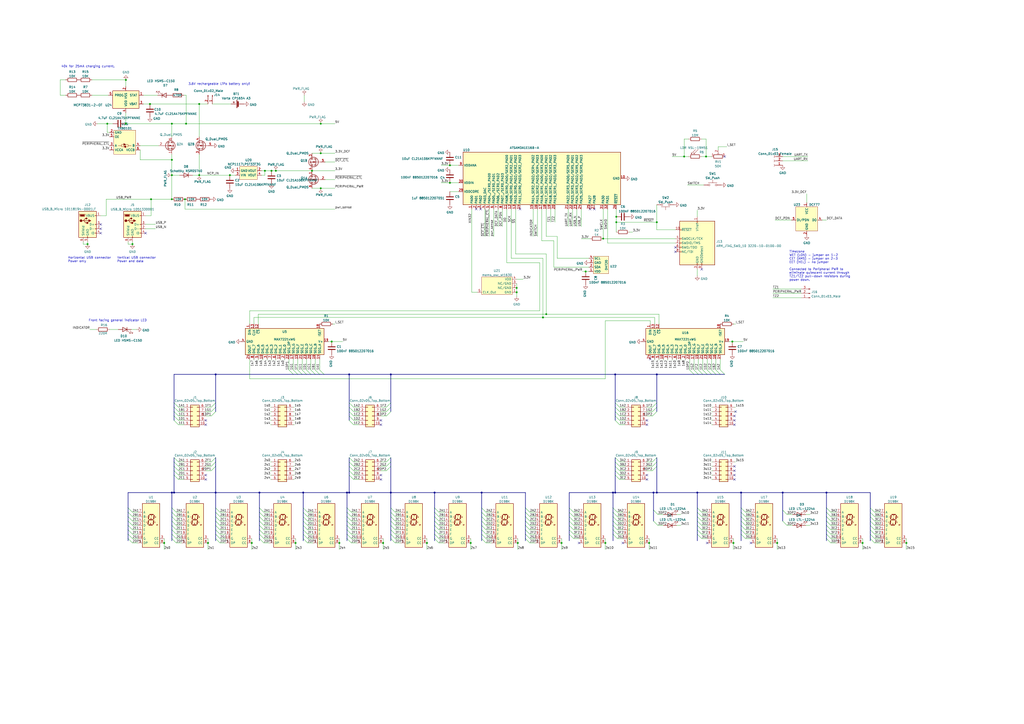
<source format=kicad_sch>
(kicad_sch (version 20211123) (generator eeschema)
  (paper "A2")
  (title_block (title "DCF-77 Radio controlled clock") (date "2022-10-28") (rev "v2") (comment 1 "Sources: https://github.com/erikvanzijst/radioclock") (comment 2 "License: MIT") (comment 3 "Email: erik.van.zijst@gmail.com") (comment 4 "Author: Erik van Zijst"))
  (junction (at 125.095 285.75))
  (junction (at 479.425 285.75))
  (junction (at 409.575 90.805))
  (junction (at 300.355 314.96))
  (junction (at 299.72 167.005))
  (junction (at 379.095 285.75))
  (junction (at 196.85 314.96))
  (junction (at 76.835 141.605))
  (junction (at 273.05 314.96))
  (junction (at 133.35 101.6))
  (junction (at 50.8 141.605))
  (junction (at 339.725 157.48))
  (junction (at 201.295 285.75))
  (junction (at 125.095 217.17))
  (junction (at 186.055 71.755))
  (junction (at 107.315 115.57))
  (junction (at 299.72 169.545))
  (junction (at 115.57 101.6))
  (junction (at 279.4 285.75))
  (junction (at 381 217.17))
  (junction (at 325.755 314.96))
  (junction (at 381 285.75))
  (junction (at 260.985 106.045))
  (junction (at 107.95 71.755))
  (junction (at 99.695 71.755))
  (junction (at 314.96 184.15))
  (junction (at 115.57 60.325))
  (junction (at 73.025 46.355))
  (junction (at 175.895 285.75))
  (junction (at 525.78 314.96))
  (junction (at 153.67 99.06))
  (junction (at 500.38 314.96))
  (junction (at 222.25 314.96))
  (junction (at 316.865 182.245))
  (junction (at 424.815 198.12))
  (junction (at 357.505 125.73))
  (junction (at 260.985 95.885))
  (junction (at 180.975 99.06))
  (junction (at 357.505 128.905))
  (junction (at 99.695 285.75))
  (junction (at 157.48 99.06))
  (junction (at 202.565 217.17))
  (junction (at 160.02 99.06))
  (junction (at 349.885 138.43))
  (junction (at 247.65 314.96))
  (junction (at 120.65 314.96))
  (junction (at 150.495 285.75))
  (junction (at 425.45 314.96))
  (junction (at 192.405 198.12))
  (junction (at 62.23 71.755))
  (junction (at 100.965 285.75))
  (junction (at 356.87 217.17))
  (junction (at 454.025 285.75))
  (junction (at 381 128.905))
  (junction (at 202.565 285.75))
  (junction (at 186.055 109.22))
  (junction (at 376.555 314.96))
  (junction (at 429.895 285.75))
  (junction (at 404.495 285.75))
  (junction (at 356.87 285.75))
  (junction (at 87.63 115.57))
  (junction (at 226.695 285.75))
  (junction (at 396.875 90.805))
  (junction (at 99.695 115.57))
  (junction (at 252.095 285.75))
  (junction (at 73.025 71.755))
  (junction (at 351.155 314.96))
  (junction (at 226.695 217.17))
  (junction (at 186.055 88.9))
  (junction (at 99.695 92.71))
  (junction (at 95.25 314.96))
  (junction (at 99.695 101.6))
  (junction (at 146.05 314.96))
  (junction (at 450.85 314.96))
  (junction (at 171.45 314.96))
  (junction (at 355.6 285.75))
  (junction (at 86.995 60.325))
  (no_connect (at 220.98 243.84))
  (no_connect (at 278.765 121.285))
  (no_connect (at 410.21 314.96))
  (no_connect (at 435.61 314.96))
  (no_connect (at 375.285 278.13))
  (no_connect (at 426.085 246.38))
  (no_connect (at 301.625 121.285))
  (no_connect (at 420.37 90.805))
  (no_connect (at 426.085 243.84))
  (no_connect (at 58.42 135.255))
  (no_connect (at 84.455 135.255))
  (no_connect (at 220.98 246.38))
  (no_connect (at 375.285 275.59))
  (no_connect (at 344.805 121.285))
  (no_connect (at 119.38 246.38))
  (no_connect (at 220.98 278.13))
  (no_connect (at 220.98 275.59))
  (no_connect (at 391.795 143.51))
  (no_connect (at 391.795 146.05))
  (no_connect (at 407.035 156.21))
  (no_connect (at 426.72 238.76))
  (no_connect (at 426.085 270.51))
  (no_connect (at 426.085 241.3))
  (no_connect (at 58.42 132.715))
  (no_connect (at 58.42 130.175))
  (no_connect (at 342.265 121.285))
  (no_connect (at 375.285 243.84))
  (no_connect (at 335.915 314.96))
  (no_connect (at 361.315 314.96))
  (no_connect (at 377.19 208.28))
  (no_connect (at 276.225 121.285))
  (no_connect (at 375.285 246.38))
  (no_connect (at 119.38 275.59))
  (no_connect (at 119.38 278.13))
  (no_connect (at 119.38 243.84))
  (no_connect (at 426.085 273.05))
  (no_connect (at 426.085 275.59))
  (no_connect (at 426.085 278.13))
  (bus_entry (at 100.965 270.51) (size 2.54 2.54))
  (bus_entry (at 356.87 238.76) (size 2.54 2.54))
  (bus_entry (at 379.095 302.26) (size 2.54 2.54))
  (bus_entry (at 355.6 294.64) (size 2.54 2.54))
  (bus_entry (at 404.495 294.64) (size 2.54 2.54))
  (bus_entry (at 330.2 307.34) (size 2.54 2.54))
  (bus_entry (at 420.37 217.17) (size -2.54 -2.54))
  (bus_entry (at 330.2 309.88) (size 2.54 2.54))
  (bus_entry (at 404.495 307.34) (size 2.54 2.54))
  (bus_entry (at 356.87 273.05) (size 2.54 2.54))
  (bus_entry (at 201.295 299.72) (size 2.54 2.54))
  (bus_entry (at 150.495 304.8) (size 2.54 2.54))
  (bus_entry (at 202.565 273.05) (size 2.54 2.54))
  (bus_entry (at 202.565 270.51) (size 2.54 2.54))
  (bus_entry (at 175.895 302.26) (size 2.54 2.54))
  (bus_entry (at 279.4 307.34) (size 2.54 2.54))
  (bus_entry (at 330.2 297.18) (size 2.54 2.54))
  (bus_entry (at 504.825 299.72) (size 2.54 2.54))
  (bus_entry (at 202.565 243.84) (size 2.54 2.54))
  (bus_entry (at 404.495 299.72) (size 2.54 2.54))
  (bus_entry (at 226.695 312.42) (size 2.54 2.54))
  (bus_entry (at 100.965 238.76) (size 2.54 2.54))
  (bus_entry (at 279.4 304.8) (size 2.54 2.54))
  (bus_entry (at 100.965 233.68) (size 2.54 2.54))
  (bus_entry (at 355.6 304.8) (size 2.54 2.54))
  (bus_entry (at 402.59 217.17) (size -2.54 -2.54))
  (bus_entry (at 100.965 267.97) (size 2.54 2.54))
  (bus_entry (at 226.695 297.18) (size 2.54 2.54))
  (bus_entry (at 180.34 217.17) (size -2.54 -2.54))
  (bus_entry (at 201.295 304.8) (size 2.54 2.54))
  (bus_entry (at 504.825 309.88) (size 2.54 2.54))
  (bus_entry (at 304.8 312.42) (size 2.54 2.54))
  (bus_entry (at 417.83 217.17) (size -2.54 -2.54))
  (bus_entry (at 504.825 304.8) (size 2.54 2.54))
  (bus_entry (at 355.6 297.18) (size 2.54 2.54))
  (bus_entry (at 150.495 309.88) (size 2.54 2.54))
  (bus_entry (at 304.8 297.18) (size 2.54 2.54))
  (bus_entry (at 279.4 302.26) (size 2.54 2.54))
  (bus_entry (at 99.695 297.18) (size 2.54 2.54))
  (bus_entry (at 429.895 304.8) (size 2.54 2.54))
  (bus_entry (at 252.095 299.72) (size 2.54 2.54))
  (bus_entry (at 201.295 297.18) (size 2.54 2.54))
  (bus_entry (at 410.21 217.17) (size -2.54 -2.54))
  (bus_entry (at 356.87 236.22) (size 2.54 2.54))
  (bus_entry (at 356.87 241.3) (size 2.54 2.54))
  (bus_entry (at 201.295 309.88) (size 2.54 2.54))
  (bus_entry (at 252.095 309.88) (size 2.54 2.54))
  (bus_entry (at 304.8 294.64) (size 2.54 2.54))
  (bus_entry (at 355.6 302.26) (size 2.54 2.54))
  (bus_entry (at 226.695 307.34) (size 2.54 2.54))
  (bus_entry (at 226.695 267.97) (size -2.54 2.54))
  (bus_entry (at 125.095 309.88) (size 2.54 2.54))
  (bus_entry (at 100.965 241.3) (size 2.54 2.54))
  (bus_entry (at 330.2 302.26) (size 2.54 2.54))
  (bus_entry (at 226.695 304.8) (size 2.54 2.54))
  (bus_entry (at 252.095 312.42) (size 2.54 2.54))
  (bus_entry (at 252.095 302.26) (size 2.54 2.54))
  (bus_entry (at 226.695 265.43) (size -2.54 2.54))
  (bus_entry (at 407.67 217.17) (size -2.54 -2.54))
  (bus_entry (at 150.495 312.42) (size 2.54 2.54))
  (bus_entry (at 405.13 217.17) (size -2.54 -2.54))
  (bus_entry (at 304.8 302.26) (size 2.54 2.54))
  (bus_entry (at 429.895 299.72) (size 2.54 2.54))
  (bus_entry (at 504.825 312.42) (size 2.54 2.54))
  (bus_entry (at 202.565 267.97) (size 2.54 2.54))
  (bus_entry (at 381 233.68) (size -2.54 2.54))
  (bus_entry (at 381 270.51) (size -2.54 2.54))
  (bus_entry (at 175.895 307.34) (size 2.54 2.54))
  (bus_entry (at 454.025 295.91) (size 2.54 2.54))
  (bus_entry (at 381 238.76) (size -2.54 2.54))
  (bus_entry (at 125.095 312.42) (size 2.54 2.54))
  (bus_entry (at 202.565 275.59) (size 2.54 2.54))
  (bus_entry (at 479.425 302.26) (size 2.54 2.54))
  (bus_entry (at 175.895 299.72) (size 2.54 2.54))
  (bus_entry (at 226.695 309.88) (size 2.54 2.54))
  (bus_entry (at 356.87 270.51) (size 2.54 2.54))
  (bus_entry (at 454.025 302.26) (size 2.54 2.54))
  (bus_entry (at 226.695 238.76) (size -2.54 2.54))
  (bus_entry (at 125.095 297.18) (size 2.54 2.54))
  (bus_entry (at 330.2 294.64) (size 2.54 2.54))
  (bus_entry (at 125.095 302.26) (size 2.54 2.54))
  (bus_entry (at 429.895 302.26) (size 2.54 2.54))
  (bus_entry (at 479.425 312.42) (size 2.54 2.54))
  (bus_entry (at 150.495 297.18) (size 2.54 2.54))
  (bus_entry (at 479.425 299.72) (size 2.54 2.54))
  (bus_entry (at 279.4 297.18) (size 2.54 2.54))
  (bus_entry (at 252.095 297.18) (size 2.54 2.54))
  (bus_entry (at 202.565 236.22) (size 2.54 2.54))
  (bus_entry (at 504.825 297.18) (size 2.54 2.54))
  (bus_entry (at 504.825 294.64) (size 2.54 2.54))
  (bus_entry (at 125.095 236.22) (size -2.54 2.54))
  (bus_entry (at 379.095 295.91) (size 2.54 2.54))
  (bus_entry (at 226.695 294.64) (size 2.54 2.54))
  (bus_entry (at 175.895 312.42) (size 2.54 2.54))
  (bus_entry (at 202.565 238.76) (size 2.54 2.54))
  (bus_entry (at 150.495 299.72) (size 2.54 2.54))
  (bus_entry (at 279.4 309.88) (size 2.54 2.54))
  (bus_entry (at 381 236.22) (size -2.54 2.54))
  (bus_entry (at 100.965 243.84) (size 2.54 2.54))
  (bus_entry (at 429.895 307.34) (size 2.54 2.54))
  (bus_entry (at 226.695 236.22) (size -2.54 2.54))
  (bus_entry (at 172.72 217.17) (size -2.54 -2.54))
  (bus_entry (at 125.095 299.72) (size 2.54 2.54))
  (bus_entry (at 175.26 217.17) (size -2.54 -2.54))
  (bus_entry (at 381 267.97) (size -2.54 2.54))
  (bus_entry (at 279.4 312.42) (size 2.54 2.54))
  (bus_entry (at 125.095 265.43) (size -2.54 2.54))
  (bus_entry (at 74.295 312.42) (size 2.54 2.54))
  (bus_entry (at 356.87 275.59) (size 2.54 2.54))
  (bus_entry (at 175.895 304.8) (size 2.54 2.54))
  (bus_entry (at 99.695 302.26) (size 2.54 2.54))
  (bus_entry (at 125.095 304.8) (size 2.54 2.54))
  (bus_entry (at 355.6 309.88) (size 2.54 2.54))
  (bus_entry (at 226.695 270.51) (size -2.54 2.54))
  (bus_entry (at 202.565 241.3) (size 2.54 2.54))
  (bus_entry (at 479.425 304.8) (size 2.54 2.54))
  (bus_entry (at 74.295 297.18) (size 2.54 2.54))
  (bus_entry (at 74.295 299.72) (size 2.54 2.54))
  (bus_entry (at 74.295 304.8) (size 2.54 2.54))
  (bus_entry (at 74.295 302.26) (size 2.54 2.54))
  (bus_entry (at 74.295 307.34) (size 2.54 2.54))
  (bus_entry (at 74.295 309.88) (size 2.54 2.54))
  (bus_entry (at 74.295 294.64) (size 2.54 2.54))
  (bus_entry (at 125.095 238.76) (size -2.54 2.54))
  (bus_entry (at 100.965 236.22) (size 2.54 2.54))
  (bus_entry (at 412.75 217.17) (size -2.54 -2.54))
  (bus_entry (at 100.965 273.05) (size 2.54 2.54))
  (bus_entry (at 202.565 265.43) (size 2.54 2.54))
  (bus_entry (at 150.495 302.26) (size 2.54 2.54))
  (bus_entry (at 404.495 309.88) (size 2.54 2.54))
  (bus_entry (at 182.88 217.17) (size -2.54 -2.54))
  (bus_entry (at 99.695 294.64) (size 2.54 2.54))
  (bus_entry (at 226.695 233.68) (size -2.54 2.54))
  (bus_entry (at 381 265.43) (size -2.54 2.54))
  (bus_entry (at 150.495 307.34) (size 2.54 2.54))
  (bus_entry (at 279.4 299.72) (size 2.54 2.54))
  (bus_entry (at 415.29 217.17) (size -2.54 -2.54))
  (bus_entry (at 404.495 297.18) (size 2.54 2.54))
  (bus_entry (at 479.425 307.34) (size 2.54 2.54))
  (bus_entry (at 175.895 297.18) (size 2.54 2.54))
  (bus_entry (at 404.495 302.26) (size 2.54 2.54))
  (bus_entry (at 252.095 304.8) (size 2.54 2.54))
  (bus_entry (at 356.87 267.97) (size 2.54 2.54))
  (bus_entry (at 175.895 294.64) (size 2.54 2.54))
  (bus_entry (at 125.095 270.51) (size -2.54 2.54))
  (bus_entry (at 429.895 309.88) (size 2.54 2.54))
  (bus_entry (at 404.495 304.8) (size 2.54 2.54))
  (bus_entry (at 504.825 307.34) (size 2.54 2.54))
  (bus_entry (at 330.2 304.8) (size 2.54 2.54))
  (bus_entry (at 187.96 217.17) (size -2.54 -2.54))
  (bus_entry (at 355.6 299.72) (size 2.54 2.54))
  (bus_entry (at 99.695 299.72) (size 2.54 2.54))
  (bus_entry (at 202.565 233.68) (size 2.54 2.54))
  (bus_entry (at 175.895 309.88) (size 2.54 2.54))
  (bus_entry (at 100.965 275.59) (size 2.54 2.54))
  (bus_entry (at 177.8 217.17) (size -2.54 -2.54))
  (bus_entry (at 356.87 265.43) (size 2.54 2.54))
  (bus_entry (at 99.695 312.42) (size 2.54 2.54))
  (bus_entry (at 100.965 265.43) (size 2.54 2.54))
  (bus_entry (at 99.695 307.34) (size 2.54 2.54))
  (bus_entry (at 226.695 299.72) (size 2.54 2.54))
  (bus_entry (at 185.42 217.17) (size -2.54 -2.54))
  (bus_entry (at 304.8 299.72) (size 2.54 2.54))
  (bus_entry (at 279.4 294.64) (size 2.54 2.54))
  (bus_entry (at 125.095 307.34) (size 2.54 2.54))
  (bus_entry (at 252.095 294.64) (size 2.54 2.54))
  (bus_entry (at 304.8 304.8) (size 2.54 2.54))
  (bus_entry (at 125.095 294.64) (size 2.54 2.54))
  (bus_entry (at 201.295 307.34) (size 2.54 2.54))
  (bus_entry (at 429.895 294.64) (size 2.54 2.54))
  (bus_entry (at 99.695 309.88) (size 2.54 2.54))
  (bus_entry (at 252.095 307.34) (size 2.54 2.54))
  (bus_entry (at 150.495 294.64) (size 2.54 2.54))
  (bus_entry (at 356.87 233.68) (size 2.54 2.54))
  (bus_entry (at 355.6 307.34) (size 2.54 2.54))
  (bus_entry (at 201.295 294.64) (size 2.54 2.54))
  (bus_entry (at 201.295 312.42) (size 2.54 2.54))
  (bus_entry (at 304.8 307.34) (size 2.54 2.54))
  (bus_entry (at 125.095 267.97) (size -2.54 2.54))
  (bus_entry (at 429.895 297.18) (size 2.54 2.54))
  (bus_entry (at 479.425 297.18) (size 2.54 2.54))
  (bus_entry (at 504.825 302.26) (size 2.54 2.54))
  (bus_entry (at 479.425 294.64) (size 2.54 2.54))
  (bus_entry (at 99.695 304.8) (size 2.54 2.54))
  (bus_entry (at 226.695 302.26) (size 2.54 2.54))
  (bus_entry (at 479.425 309.88) (size 2.54 2.54))
  (bus_entry (at 356.87 243.84) (size 2.54 2.54))
  (bus_entry (at 170.18 217.17) (size -2.54 -2.54))
  (bus_entry (at 330.2 299.72) (size 2.54 2.54))
  (bus_entry (at 201.295 302.26) (size 2.54 2.54))
  (bus_entry (at 304.8 309.88) (size 2.54 2.54))
  (bus_entry (at 125.095 233.68) (size -2.54 2.54))
  (bus (pts (xy 356.87 285.75) (xy 379.095 285.75)))
  (bus (pts (xy 404.495 285.75) (xy 429.895 285.75)))
  (bus (pts (xy 381 233.68) (xy 381 236.22)))
  (wire (pts (xy 281.94 309.88) (xy 285.115 309.88)))
  (wire (pts (xy 99.695 71.755) (xy 73.025 71.755)))
  (bus (pts (xy 304.8 299.72) (xy 304.8 297.18)))
  (bus (pts (xy 304.8 285.75) (xy 304.8 294.64)))
  (bus (pts (xy 330.2 309.88) (xy 330.2 307.34)))
  (bus (pts (xy 504.825 312.42) (xy 504.825 313.69)))
  (bus (pts (xy 170.18 217.17) (xy 125.095 217.17)))
  (wire (pts (xy 255.905 106.045) (xy 260.985 106.045)))
  (wire (pts (xy 413.385 246.38) (xy 412.75 246.38)))
  (wire (pts (xy 178.435 309.88) (xy 181.61 309.88)))
  (wire (pts (xy 319.405 121.285) (xy 319.405 128.905)))
  (wire (pts (xy 407.035 297.18) (xy 410.21 297.18)))
  (bus (pts (xy 226.695 217.17) (xy 356.87 217.17)))
  (wire (pts (xy 448.31 167.64) (xy 464.82 167.64)))
  (wire (pts (xy 273.05 312.42) (xy 273.05 314.96)))
  (bus (pts (xy 279.4 285.75) (xy 279.4 294.64)))
  (wire (pts (xy 153.035 309.88) (xy 156.21 309.88)))
  (wire (pts (xy 407.035 304.8) (xy 410.21 304.8)))
  (bus (pts (xy 381 270.51) (xy 381 285.75)))
  (wire (pts (xy 95.25 314.96) (xy 95.25 318.77)))
  (bus (pts (xy 125.095 309.88) (xy 125.095 312.42)))
  (bus (pts (xy 330.2 302.26) (xy 330.2 299.72)))
  (wire (pts (xy 103.505 243.84) (xy 106.68 243.84)))
  (bus (pts (xy 226.695 270.51) (xy 226.695 285.75)))
  (wire (pts (xy 412.75 214.63) (xy 412.75 208.28)))
  (wire (pts (xy 99.695 71.755) (xy 99.695 79.375)))
  (wire (pts (xy 185.42 214.63) (xy 185.42 208.28)))
  (wire (pts (xy 224.155 267.97) (xy 220.98 267.97)))
  (wire (pts (xy 61.595 125.095) (xy 61.595 115.57)))
  (wire (pts (xy 500.38 314.96) (xy 500.38 318.77)))
  (bus (pts (xy 379.095 285.75) (xy 379.095 295.91)))
  (bus (pts (xy 381 217.17) (xy 381 233.68)))
  (bus (pts (xy 202.565 233.68) (xy 202.565 236.22)))
  (bus (pts (xy 175.895 285.75) (xy 201.295 285.75)))
  (wire (pts (xy 432.435 309.88) (xy 435.61 309.88)))
  (bus (pts (xy 100.965 243.84) (xy 100.965 241.3)))
  (wire (pts (xy 229.235 299.72) (xy 232.41 299.72)))
  (wire (pts (xy 95.25 312.42) (xy 95.25 314.96)))
  (wire (pts (xy 170.18 238.76) (xy 170.815 238.76)))
  (bus (pts (xy 226.695 297.18) (xy 226.695 299.72)))
  (wire (pts (xy 307.34 297.18) (xy 310.515 297.18)))
  (bus (pts (xy 355.6 297.18) (xy 355.6 294.64)))
  (wire (pts (xy 127.635 309.88) (xy 130.81 309.88)))
  (wire (pts (xy 74.295 140.335) (xy 74.295 141.605)))
  (wire (pts (xy 188.595 104.14) (xy 194.31 104.14)))
  (bus (pts (xy 355.6 304.8) (xy 355.6 302.26)))
  (wire (pts (xy 157.48 273.05) (xy 156.845 273.05)))
  (wire (pts (xy 392.43 208.28) (xy 392.43 208.915)))
  (wire (pts (xy 107.95 71.755) (xy 99.695 71.755)))
  (wire (pts (xy 387.35 208.28) (xy 387.35 208.915)))
  (wire (pts (xy 407.035 307.34) (xy 410.21 307.34)))
  (bus (pts (xy 125.095 304.8) (xy 125.095 307.34)))
  (bus (pts (xy 74.295 312.42) (xy 74.295 309.88)))
  (wire (pts (xy 224.155 238.76) (xy 220.98 238.76)))
  (wire (pts (xy 107.315 121.285) (xy 194.31 121.285)))
  (wire (pts (xy 413.385 275.59) (xy 412.75 275.59)))
  (wire (pts (xy 127.635 307.34) (xy 130.81 307.34)))
  (bus (pts (xy 74.295 309.88) (xy 74.295 307.34)))
  (bus (pts (xy 125.095 299.72) (xy 125.095 302.26)))
  (wire (pts (xy 103.505 273.05) (xy 106.68 273.05)))
  (wire (pts (xy 172.72 214.63) (xy 172.72 208.28)))
  (wire (pts (xy 281.94 304.8) (xy 285.115 304.8)))
  (wire (pts (xy 286.385 121.285) (xy 286.385 137.16)))
  (bus (pts (xy 454.025 285.75) (xy 479.425 285.75)))
  (wire (pts (xy 203.835 304.8) (xy 207.01 304.8)))
  (wire (pts (xy 81.28 92.71) (xy 99.695 92.71)))
  (wire (pts (xy 467.36 304.8) (xy 469.9 304.8)))
  (bus (pts (xy 100.965 273.05) (xy 100.965 270.51)))
  (wire (pts (xy 76.835 299.72) (xy 80.01 299.72)))
  (wire (pts (xy 203.835 309.88) (xy 207.01 309.88)))
  (bus (pts (xy 175.895 299.72) (xy 175.895 302.26)))
  (wire (pts (xy 260.985 106.045) (xy 266.065 106.045)))
  (wire (pts (xy 62.23 76.835) (xy 62.23 71.755)))
  (bus (pts (xy 100.965 275.59) (xy 100.965 273.05)))
  (wire (pts (xy 323.215 137.16) (xy 323.215 149.86)))
  (wire (pts (xy 300.355 312.42) (xy 300.355 314.96)))
  (bus (pts (xy 100.965 236.22) (xy 100.965 233.68)))
  (wire (pts (xy 103.505 246.38) (xy 106.68 246.38)))
  (bus (pts (xy 226.695 236.22) (xy 226.695 238.76)))
  (bus (pts (xy 150.495 285.75) (xy 175.895 285.75)))
  (wire (pts (xy 203.835 314.96) (xy 207.01 314.96)))
  (bus (pts (xy 404.495 304.8) (xy 404.495 307.34)))
  (wire (pts (xy 281.94 297.18) (xy 285.115 297.18)))
  (bus (pts (xy 175.895 304.8) (xy 175.895 307.34)))
  (wire (pts (xy 76.2 191.135) (xy 79.375 191.135)))
  (bus (pts (xy 172.72 217.17) (xy 170.18 217.17)))
  (wire (pts (xy 81.28 86.995) (xy 81.28 92.71)))
  (bus (pts (xy 185.42 217.17) (xy 182.88 217.17)))
  (bus (pts (xy 479.425 297.18) (xy 479.425 299.72)))
  (bus (pts (xy 479.425 304.8) (xy 479.425 307.34)))
  (wire (pts (xy 358.14 304.8) (xy 361.315 304.8)))
  (bus (pts (xy 201.295 285.75) (xy 201.295 294.64)))
  (bus (pts (xy 404.495 302.26) (xy 404.495 304.8)))
  (wire (pts (xy 507.365 307.34) (xy 510.54 307.34)))
  (wire (pts (xy 153.035 297.18) (xy 156.21 297.18)))
  (wire (pts (xy 153.035 299.72) (xy 156.21 299.72)))
  (bus (pts (xy 410.21 217.17) (xy 412.75 217.17)))
  (wire (pts (xy 115.57 60.325) (xy 120.65 60.325)))
  (wire (pts (xy 127.635 302.26) (xy 130.81 302.26)))
  (wire (pts (xy 337.185 121.285) (xy 337.185 131.445)))
  (wire (pts (xy 170.18 270.51) (xy 170.815 270.51)))
  (wire (pts (xy 357.505 125.73) (xy 357.505 128.905)))
  (wire (pts (xy 224.155 236.22) (xy 220.98 236.22)))
  (wire (pts (xy 62.23 71.755) (xy 65.405 71.755)))
  (wire (pts (xy 34.925 55.245) (xy 38.1 55.245)))
  (wire (pts (xy 205.105 273.05) (xy 208.28 273.05)))
  (bus (pts (xy 99.695 297.18) (xy 99.695 294.64)))
  (wire (pts (xy 352.425 121.285) (xy 352.425 140.97)))
  (bus (pts (xy 100.965 270.51) (xy 100.965 267.97)))
  (bus (pts (xy 356.87 275.59) (xy 356.87 273.05)))
  (wire (pts (xy 186.055 88.9) (xy 194.31 88.9)))
  (wire (pts (xy 300.355 314.96) (xy 300.355 318.77)))
  (wire (pts (xy 359.41 273.05) (xy 362.585 273.05)))
  (wire (pts (xy 76.835 304.8) (xy 80.01 304.8)))
  (bus (pts (xy 304.8 302.26) (xy 304.8 299.72)))
  (bus (pts (xy 504.825 309.88) (xy 504.825 312.42)))
  (bus (pts (xy 150.495 299.72) (xy 150.495 302.26)))
  (wire (pts (xy 247.65 314.96) (xy 247.65 318.77)))
  (bus (pts (xy 226.695 265.43) (xy 226.695 267.97)))
  (wire (pts (xy 329.565 121.285) (xy 329.565 131.445)))
  (wire (pts (xy 337.185 138.43) (xy 342.265 138.43)))
  (bus (pts (xy 226.695 285.75) (xy 252.095 285.75)))
  (bus (pts (xy 226.695 233.68) (xy 226.695 236.22)))
  (bus (pts (xy 125.095 217.17) (xy 125.095 233.68)))
  (wire (pts (xy 467.995 112.395) (xy 467.995 117.475)))
  (wire (pts (xy 316.865 147.32) (xy 299.085 147.32)))
  (bus (pts (xy 379.095 295.91) (xy 379.095 302.26)))
  (wire (pts (xy 146.05 312.42) (xy 146.05 314.96)))
  (wire (pts (xy 407.035 80.645) (xy 409.575 80.645)))
  (wire (pts (xy 291.465 121.285) (xy 291.465 131.445)))
  (bus (pts (xy 99.695 307.34) (xy 99.695 304.8)))
  (wire (pts (xy 178.435 297.18) (xy 181.61 297.18)))
  (bus (pts (xy 201.295 299.72) (xy 201.295 302.26)))
  (wire (pts (xy 99.695 101.6) (xy 99.695 115.57)))
  (bus (pts (xy 100.965 267.97) (xy 100.965 265.43)))
  (bus (pts (xy 252.095 309.88) (xy 252.095 312.42)))
  (wire (pts (xy 254.635 307.34) (xy 257.81 307.34)))
  (wire (pts (xy 170.18 243.84) (xy 170.815 243.84)))
  (bus (pts (xy 479.425 307.34) (xy 479.425 309.88)))
  (wire (pts (xy 178.435 312.42) (xy 181.61 312.42)))
  (wire (pts (xy 205.105 236.22) (xy 208.28 236.22)))
  (wire (pts (xy 115.57 101.6) (xy 133.35 101.6)))
  (wire (pts (xy 254.635 302.26) (xy 257.81 302.26)))
  (bus (pts (xy 74.295 313.69) (xy 74.295 312.42)))
  (bus (pts (xy 504.825 297.18) (xy 504.825 299.72)))
  (wire (pts (xy 205.105 270.51) (xy 208.28 270.51)))
  (wire (pts (xy 192.405 198.12) (xy 198.755 198.12)))
  (bus (pts (xy 304.8 297.18) (xy 304.8 294.64)))
  (wire (pts (xy 351.155 186.055) (xy 351.155 219.71)))
  (wire (pts (xy 260.985 95.885) (xy 266.065 95.885)))
  (bus (pts (xy 125.095 270.51) (xy 125.095 285.75)))
  (wire (pts (xy 144.78 180.34) (xy 144.78 187.96)))
  (wire (pts (xy 454.025 90.805) (xy 468.63 90.805)))
  (wire (pts (xy 205.105 267.97) (xy 208.28 267.97)))
  (wire (pts (xy 314.96 149.86) (xy 314.96 184.15)))
  (wire (pts (xy 122.555 267.97) (xy 119.38 267.97)))
  (wire (pts (xy 309.245 121.285) (xy 309.245 137.16)))
  (wire (pts (xy 481.965 297.18) (xy 485.14 297.18)))
  (bus (pts (xy 355.6 309.88) (xy 355.6 307.34)))
  (wire (pts (xy 332.74 302.26) (xy 335.915 302.26)))
  (bus (pts (xy 381 217.17) (xy 402.59 217.17)))
  (wire (pts (xy 507.365 312.42) (xy 510.54 312.42)))
  (wire (pts (xy 389.89 90.805) (xy 396.875 90.805)))
  (wire (pts (xy 481.965 314.96) (xy 485.14 314.96)))
  (wire (pts (xy 99.695 101.6) (xy 104.14 101.6)))
  (wire (pts (xy 203.835 312.42) (xy 207.01 312.42)))
  (bus (pts (xy 201.295 294.64) (xy 201.295 297.18)))
  (wire (pts (xy 153.035 304.8) (xy 156.21 304.8)))
  (bus (pts (xy 252.095 285.75) (xy 279.4 285.75)))
  (bus (pts (xy 252.095 304.8) (xy 252.095 307.34)))
  (bus (pts (xy 125.095 217.17) (xy 100.965 217.17)))
  (wire (pts (xy 391.795 140.97) (xy 352.425 140.97)))
  (wire (pts (xy 102.235 304.8) (xy 105.41 304.8)))
  (wire (pts (xy 61.595 115.57) (xy 87.63 115.57)))
  (bus (pts (xy 125.095 285.75) (xy 125.095 294.64)))
  (wire (pts (xy 283.845 121.285) (xy 283.845 137.16)))
  (wire (pts (xy 425.45 314.96) (xy 425.45 318.77)))
  (bus (pts (xy 404.495 299.72) (xy 404.495 302.26)))
  (wire (pts (xy 332.74 299.72) (xy 335.915 299.72)))
  (wire (pts (xy 358.14 309.88) (xy 361.315 309.88)))
  (wire (pts (xy 203.835 299.72) (xy 207.01 299.72)))
  (wire (pts (xy 122.555 241.3) (xy 119.38 241.3)))
  (wire (pts (xy 358.14 307.34) (xy 361.315 307.34)))
  (bus (pts (xy 252.095 299.72) (xy 252.095 302.26)))
  (bus (pts (xy 279.4 313.69) (xy 279.4 312.42)))
  (wire (pts (xy 296.545 121.285) (xy 296.545 149.86)))
  (wire (pts (xy 384.81 208.28) (xy 384.81 208.915)))
  (wire (pts (xy 188.595 93.98) (xy 194.31 93.98)))
  (wire (pts (xy 123.19 60.325) (xy 133.985 60.325)))
  (wire (pts (xy 178.435 299.72) (xy 181.61 299.72)))
  (wire (pts (xy 254.635 312.42) (xy 257.81 312.42)))
  (bus (pts (xy 381 285.75) (xy 404.495 285.75)))
  (wire (pts (xy 525.78 312.42) (xy 525.78 314.96)))
  (bus (pts (xy 330.2 285.75) (xy 330.2 294.64)))
  (bus (pts (xy 202.565 236.22) (xy 202.565 238.76)))
  (wire (pts (xy 332.74 297.18) (xy 335.915 297.18)))
  (wire (pts (xy 311.785 121.285) (xy 311.785 137.16)))
  (wire (pts (xy 103.505 275.59) (xy 106.68 275.59)))
  (wire (pts (xy 314.96 184.15) (xy 147.32 184.15)))
  (wire (pts (xy 396.875 80.645) (xy 396.875 90.805)))
  (wire (pts (xy 358.14 297.18) (xy 361.315 297.18)))
  (wire (pts (xy 170.18 214.63) (xy 170.18 208.28)))
  (bus (pts (xy 404.495 285.75) (xy 404.495 294.64)))
  (wire (pts (xy 432.435 297.18) (xy 435.61 297.18)))
  (wire (pts (xy 481.965 309.88) (xy 485.14 309.88)))
  (wire (pts (xy 507.365 299.72) (xy 510.54 299.72)))
  (wire (pts (xy 321.945 121.285) (xy 321.945 128.905)))
  (wire (pts (xy 476.885 127.635) (xy 479.425 127.635)))
  (wire (pts (xy 378.46 236.22) (xy 375.285 236.22)))
  (wire (pts (xy 63.5 191.135) (xy 68.58 191.135)))
  (bus (pts (xy 150.495 297.18) (xy 150.495 299.72)))
  (wire (pts (xy 99.695 92.71) (xy 99.695 101.6)))
  (wire (pts (xy 76.835 297.18) (xy 80.01 297.18)))
  (wire (pts (xy 448.31 172.72) (xy 464.82 172.72)))
  (wire (pts (xy 294.005 152.4) (xy 313.055 152.4)))
  (bus (pts (xy 252.095 307.34) (xy 252.095 309.88)))
  (wire (pts (xy 281.305 121.285) (xy 281.305 137.16)))
  (wire (pts (xy 378.46 238.76) (xy 375.285 238.76)))
  (wire (pts (xy 103.505 236.22) (xy 106.68 236.22)))
  (wire (pts (xy 180.975 109.22) (xy 186.055 109.22)))
  (wire (pts (xy 424.815 198.12) (xy 431.165 198.12)))
  (wire (pts (xy 413.385 278.13) (xy 412.75 278.13)))
  (wire (pts (xy 413.385 267.97) (xy 412.75 267.97)))
  (wire (pts (xy 170.18 267.97) (xy 170.815 267.97)))
  (bus (pts (xy 99.695 302.26) (xy 99.695 299.72)))
  (wire (pts (xy 74.295 141.605) (xy 76.835 141.605)))
  (wire (pts (xy 273.685 121.285) (xy 273.685 169.545)))
  (wire (pts (xy 171.45 312.42) (xy 171.45 314.96)))
  (bus (pts (xy 226.695 285.75) (xy 226.695 294.64)))
  (bus (pts (xy 252.095 312.42) (xy 252.095 313.69)))
  (bus (pts (xy 355.6 285.75) (xy 356.87 285.75)))
  (wire (pts (xy 254.635 314.96) (xy 257.81 314.96)))
  (bus (pts (xy 150.495 307.34) (xy 150.495 309.88)))
  (wire (pts (xy 358.14 312.42) (xy 361.315 312.42)))
  (wire (pts (xy 171.45 314.96) (xy 171.45 318.77)))
  (wire (pts (xy 102.235 297.18) (xy 105.41 297.18)))
  (wire (pts (xy 102.235 312.42) (xy 105.41 312.42)))
  (wire (pts (xy 281.94 312.42) (xy 285.115 312.42)))
  (wire (pts (xy 316.865 182.245) (xy 316.865 147.32)))
  (wire (pts (xy 332.74 307.34) (xy 335.915 307.34)))
  (wire (pts (xy 413.385 241.3) (xy 412.75 241.3)))
  (wire (pts (xy 432.435 307.34) (xy 435.61 307.34)))
  (wire (pts (xy 467.36 298.45) (xy 469.9 298.45)))
  (wire (pts (xy 229.235 302.26) (xy 232.41 302.26)))
  (bus (pts (xy 125.095 294.64) (xy 125.095 297.18)))
  (bus (pts (xy 175.895 302.26) (xy 175.895 304.8)))
  (bus (pts (xy 356.87 217.17) (xy 381 217.17)))
  (wire (pts (xy 190.5 198.12) (xy 192.405 198.12)))
  (wire (pts (xy 382.27 182.245) (xy 382.27 187.96)))
  (wire (pts (xy 196.85 314.96) (xy 196.85 318.77)))
  (bus (pts (xy 355.6 285.75) (xy 355.6 294.64)))
  (wire (pts (xy 127.635 314.96) (xy 130.81 314.96)))
  (wire (pts (xy 115.57 101.6) (xy 111.76 101.6)))
  (bus (pts (xy 100.965 217.17) (xy 100.965 233.68)))
  (bus (pts (xy 99.695 299.72) (xy 99.695 297.18)))
  (wire (pts (xy 392.43 304.8) (xy 394.97 304.8)))
  (wire (pts (xy 391.795 133.35) (xy 381 133.35)))
  (bus (pts (xy 381 236.22) (xy 381 238.76)))
  (wire (pts (xy 404.495 125.73) (xy 404.495 121.92)))
  (wire (pts (xy 102.235 314.96) (xy 105.41 314.96)))
  (wire (pts (xy 153.67 101.6) (xy 153.67 99.06)))
  (wire (pts (xy 176.53 55.245) (xy 176.53 59.055)))
  (wire (pts (xy 205.105 246.38) (xy 208.28 246.38)))
  (wire (pts (xy 307.34 314.96) (xy 310.515 314.96)))
  (wire (pts (xy 456.565 304.8) (xy 459.74 304.8)))
  (wire (pts (xy 358.14 302.26) (xy 361.315 302.26)))
  (bus (pts (xy 279.4 309.88) (xy 279.4 307.34)))
  (bus (pts (xy 252.095 297.18) (xy 252.095 299.72)))
  (wire (pts (xy 127.635 299.72) (xy 130.81 299.72)))
  (bus (pts (xy 304.8 309.88) (xy 304.8 307.34)))
  (bus (pts (xy 355.6 302.26) (xy 355.6 299.72)))
  (bus (pts (xy 125.095 312.42) (xy 125.095 313.69)))
  (bus (pts (xy 202.565 267.97) (xy 202.565 270.51)))
  (bus (pts (xy 202.565 265.43) (xy 202.565 267.97)))
  (wire (pts (xy 359.41 246.38) (xy 362.585 246.38)))
  (wire (pts (xy 203.835 297.18) (xy 207.01 297.18)))
  (wire (pts (xy 296.545 149.86) (xy 314.96 149.86)))
  (wire (pts (xy 426.085 238.76) (xy 426.72 238.76)))
  (wire (pts (xy 147.32 184.15) (xy 147.32 187.96)))
  (bus (pts (xy 74.295 299.72) (xy 74.295 297.18)))
  (wire (pts (xy 157.48 99.06) (xy 160.02 99.06)))
  (wire (pts (xy 50.8 140.335) (xy 50.8 141.605)))
  (wire (pts (xy 481.965 299.72) (xy 485.14 299.72)))
  (wire (pts (xy 299.72 161.925) (xy 303.53 161.925)))
  (bus (pts (xy 504.825 304.8) (xy 504.825 307.34)))
  (wire (pts (xy 307.34 304.8) (xy 310.515 304.8)))
  (bus (pts (xy 175.895 285.75) (xy 175.895 294.64)))
  (wire (pts (xy 294.005 121.285) (xy 294.005 152.4)))
  (bus (pts (xy 201.295 297.18) (xy 201.295 299.72)))
  (bus (pts (xy 202.565 285.75) (xy 226.695 285.75)))
  (wire (pts (xy 281.94 299.72) (xy 285.115 299.72)))
  (wire (pts (xy 507.365 302.26) (xy 510.54 302.26)))
  (wire (pts (xy 507.365 297.18) (xy 510.54 297.18)))
  (wire (pts (xy 205.105 238.76) (xy 208.28 238.76)))
  (wire (pts (xy 316.865 121.285) (xy 316.865 137.16)))
  (wire (pts (xy 307.34 302.26) (xy 310.515 302.26)))
  (bus (pts (xy 202.565 217.17) (xy 202.565 233.68)))
  (wire (pts (xy 376.555 314.96) (xy 376.555 318.77)))
  (bus (pts (xy 356.87 238.76) (xy 356.87 236.22)))
  (wire (pts (xy 359.41 275.59) (xy 362.585 275.59)))
  (wire (pts (xy 99.695 89.535) (xy 99.695 92.71)))
  (bus (pts (xy 150.495 304.8) (xy 150.495 307.34)))
  (wire (pts (xy 157.48 267.97) (xy 156.845 267.97)))
  (wire (pts (xy 413.385 270.51) (xy 412.75 270.51)))
  (wire (pts (xy 359.41 241.3) (xy 362.585 241.3)))
  (wire (pts (xy 299.72 167.005) (xy 299.72 169.545)))
  (wire (pts (xy 432.435 299.72) (xy 435.61 299.72)))
  (wire (pts (xy 313.055 152.4) (xy 313.055 180.34)))
  (wire (pts (xy 316.865 182.245) (xy 382.27 182.245)))
  (wire (pts (xy 359.41 278.13) (xy 362.585 278.13)))
  (wire (pts (xy 481.965 312.42) (xy 485.14 312.42)))
  (wire (pts (xy 392.43 298.45) (xy 394.97 298.45)))
  (wire (pts (xy 157.48 238.76) (xy 156.845 238.76)))
  (wire (pts (xy 351.155 312.42) (xy 351.155 314.96)))
  (bus (pts (xy 429.895 285.75) (xy 454.025 285.75)))
  (wire (pts (xy 365.125 134.62) (xy 367.03 134.62)))
  (wire (pts (xy 107.315 115.57) (xy 107.315 121.285)))
  (wire (pts (xy 316.865 137.16) (xy 323.215 137.16)))
  (bus (pts (xy 226.695 312.42) (xy 226.695 313.69)))
  (wire (pts (xy 413.385 243.84) (xy 412.75 243.84)))
  (bus (pts (xy 99.695 285.75) (xy 99.695 294.64)))
  (wire (pts (xy 321.31 154.94) (xy 341.63 154.94)))
  (wire (pts (xy 149.86 208.28) (xy 149.86 208.915)))
  (bus (pts (xy 175.895 312.42) (xy 175.895 313.69)))
  (wire (pts (xy 481.965 304.8) (xy 485.14 304.8)))
  (bus (pts (xy 175.26 217.17) (xy 172.72 217.17)))
  (wire (pts (xy 288.925 121.285) (xy 288.925 131.445)))
  (wire (pts (xy 254.635 309.88) (xy 257.81 309.88)))
  (wire (pts (xy 381.635 298.45) (xy 384.81 298.45)))
  (wire (pts (xy 405.13 214.63) (xy 405.13 208.28)))
  (bus (pts (xy 226.695 302.26) (xy 226.695 304.8)))
  (wire (pts (xy 153.035 307.34) (xy 156.21 307.34)))
  (wire (pts (xy 332.74 312.42) (xy 335.915 312.42)))
  (bus (pts (xy 479.425 294.64) (xy 479.425 297.18)))
  (bus (pts (xy 125.095 297.18) (xy 125.095 299.72)))
  (wire (pts (xy 229.235 307.34) (xy 232.41 307.34)))
  (bus (pts (xy 125.095 233.68) (xy 125.095 236.22)))
  (wire (pts (xy 76.835 140.335) (xy 76.835 141.605)))
  (wire (pts (xy 205.105 278.13) (xy 208.28 278.13)))
  (bus (pts (xy 404.495 294.64) (xy 404.495 297.18)))
  (wire (pts (xy 153.035 314.96) (xy 156.21 314.96)))
  (bus (pts (xy 125.095 267.97) (xy 125.095 270.51)))
  (bus (pts (xy 429.895 307.34) (xy 429.895 309.88)))
  (wire (pts (xy 359.41 267.97) (xy 362.585 267.97)))
  (wire (pts (xy 103.505 241.3) (xy 106.68 241.3)))
  (wire (pts (xy 416.56 86.995) (xy 416.56 85.09)))
  (wire (pts (xy 180.975 99.06) (xy 194.31 99.06)))
  (wire (pts (xy 186.055 109.22) (xy 194.31 109.22)))
  (bus (pts (xy 74.295 302.26) (xy 74.295 299.72)))
  (wire (pts (xy 417.83 214.63) (xy 417.83 208.28)))
  (bus (pts (xy 355.6 309.88) (xy 355.6 313.69)))
  (bus (pts (xy 202.565 273.05) (xy 202.565 275.59)))
  (bus (pts (xy 479.425 299.72) (xy 479.425 302.26)))
  (wire (pts (xy 378.46 270.51) (xy 375.285 270.51)))
  (wire (pts (xy 133.35 101.6) (xy 136.525 101.6)))
  (bus (pts (xy 100.965 285.75) (xy 125.095 285.75)))
  (wire (pts (xy 416.56 85.09) (xy 421.64 85.09)))
  (wire (pts (xy 422.91 198.12) (xy 424.815 198.12)))
  (wire (pts (xy 402.59 214.63) (xy 402.59 208.28)))
  (wire (pts (xy 229.235 297.18) (xy 232.41 297.18)))
  (wire (pts (xy 162.56 208.28) (xy 162.56 208.915)))
  (bus (pts (xy 226.695 294.64) (xy 226.695 297.18)))
  (wire (pts (xy 170.18 275.59) (xy 170.815 275.59)))
  (bus (pts (xy 304.8 312.42) (xy 304.8 309.88)))
  (bus (pts (xy 202.565 241.3) (xy 202.565 243.84)))
  (wire (pts (xy 314.325 139.7) (xy 321.31 139.7)))
  (bus (pts (xy 150.495 285.75) (xy 150.495 294.64)))
  (wire (pts (xy 399.415 80.645) (xy 396.875 80.645)))
  (bus (pts (xy 279.4 307.34) (xy 279.4 304.8)))
  (bus (pts (xy 150.495 302.26) (xy 150.495 304.8)))
  (bus (pts (xy 180.34 217.17) (xy 177.8 217.17)))
  (wire (pts (xy 170.18 241.3) (xy 170.815 241.3)))
  (bus (pts (xy 150.495 294.64) (xy 150.495 297.18)))
  (bus (pts (xy 404.495 307.34) (xy 404.495 309.88)))
  (wire (pts (xy 186.055 71.755) (xy 194.31 71.755)))
  (bus (pts (xy 99.695 313.69) (xy 99.695 312.42)))
  (wire (pts (xy 154.94 208.28) (xy 154.94 208.915)))
  (bus (pts (xy 429.895 302.26) (xy 429.895 304.8)))
  (wire (pts (xy 175.26 214.63) (xy 175.26 208.28)))
  (bus (pts (xy 100.965 238.76) (xy 100.965 236.22)))
  (wire (pts (xy 170.18 273.05) (xy 170.815 273.05)))
  (wire (pts (xy 229.235 314.96) (xy 232.41 314.96)))
  (wire (pts (xy 321.31 139.7) (xy 321.31 154.94)))
  (wire (pts (xy 456.565 298.45) (xy 459.74 298.45)))
  (bus (pts (xy 125.095 302.26) (xy 125.095 304.8)))
  (wire (pts (xy 122.555 238.76) (xy 119.38 238.76)))
  (wire (pts (xy 379.73 187.96) (xy 379.73 184.15)))
  (wire (pts (xy 281.94 307.34) (xy 285.115 307.34)))
  (bus (pts (xy 279.4 285.75) (xy 304.8 285.75)))
  (wire (pts (xy 507.365 304.8) (xy 510.54 304.8)))
  (bus (pts (xy 355.6 299.72) (xy 355.6 297.18)))
  (wire (pts (xy 149.86 182.245) (xy 316.865 182.245)))
  (bus (pts (xy 74.295 307.34) (xy 74.295 304.8)))
  (bus (pts (xy 479.425 309.88) (xy 479.425 312.42)))
  (wire (pts (xy 76.835 302.26) (xy 80.01 302.26)))
  (bus (pts (xy 356.87 273.05) (xy 356.87 270.51)))
  (wire (pts (xy 299.085 147.32) (xy 299.085 121.285)))
  (wire (pts (xy 203.835 302.26) (xy 207.01 302.26)))
  (bus (pts (xy 226.695 299.72) (xy 226.695 302.26)))
  (wire (pts (xy 102.235 302.26) (xy 105.41 302.26)))
  (wire (pts (xy 381 118.745) (xy 381 128.905)))
  (bus (pts (xy 201.295 312.42) (xy 201.295 313.69)))
  (wire (pts (xy 357.505 128.905) (xy 357.505 134.62)))
  (wire (pts (xy 203.835 307.34) (xy 207.01 307.34)))
  (bus (pts (xy 356.87 285.75) (xy 356.87 275.59)))
  (wire (pts (xy 407.035 302.26) (xy 410.21 302.26)))
  (bus (pts (xy 175.895 294.64) (xy 175.895 297.18)))
  (wire (pts (xy 381 128.905) (xy 357.505 128.905)))
  (bus (pts (xy 407.67 217.17) (xy 410.21 217.17)))
  (wire (pts (xy 450.85 312.42) (xy 450.85 314.96)))
  (wire (pts (xy 349.885 121.285) (xy 349.885 138.43)))
  (wire (pts (xy 170.18 236.22) (xy 170.815 236.22)))
  (wire (pts (xy 170.18 278.13) (xy 170.815 278.13)))
  (bus (pts (xy 504.825 302.26) (xy 504.825 304.8)))
  (bus (pts (xy 412.75 217.17) (xy 415.29 217.17)))
  (bus (pts (xy 504.825 285.75) (xy 504.825 294.64)))
  (bus (pts (xy 226.695 307.34) (xy 226.695 309.88)))
  (wire (pts (xy 299.72 164.465) (xy 299.72 167.005)))
  (bus (pts (xy 175.895 309.88) (xy 175.895 312.42)))
  (wire (pts (xy 149.86 187.96) (xy 149.86 182.245)))
  (wire (pts (xy 397.51 208.28) (xy 397.51 208.915)))
  (bus (pts (xy 330.2 304.8) (xy 330.2 302.26)))
  (wire (pts (xy 76.835 309.88) (xy 80.01 309.88)))
  (wire (pts (xy 359.41 236.22) (xy 362.585 236.22)))
  (bus (pts (xy 226.695 309.88) (xy 226.695 312.42)))
  (wire (pts (xy 247.65 312.42) (xy 247.65 314.96)))
  (wire (pts (xy 87.63 115.57) (xy 87.63 125.095)))
  (wire (pts (xy 377.19 187.96) (xy 377.19 186.055)))
  (wire (pts (xy 396.875 90.805) (xy 399.415 90.805)))
  (wire (pts (xy 426.085 236.22) (xy 426.72 236.22)))
  (bus (pts (xy 479.425 285.75) (xy 504.825 285.75)))
  (wire (pts (xy 507.365 314.96) (xy 510.54 314.96)))
  (wire (pts (xy 180.975 88.9) (xy 186.055 88.9)))
  (wire (pts (xy 120.65 312.42) (xy 120.65 314.96)))
  (wire (pts (xy 409.575 80.645) (xy 409.575 90.805)))
  (wire (pts (xy 382.27 208.28) (xy 382.27 208.915)))
  (wire (pts (xy 281.94 314.96) (xy 285.115 314.96)))
  (bus (pts (xy 99.695 312.42) (xy 99.695 309.88)))
  (bus (pts (xy 404.495 309.88) (xy 404.495 313.69)))
  (wire (pts (xy 409.575 90.805) (xy 412.75 90.805)))
  (wire (pts (xy 222.25 314.96) (xy 222.25 318.77)))
  (wire (pts (xy 425.45 187.96) (xy 426.72 187.96)))
  (wire (pts (xy 73.025 71.755) (xy 73.025 65.405)))
  (bus (pts (xy 279.4 297.18) (xy 279.4 294.64)))
  (bus (pts (xy 74.295 285.75) (xy 99.695 285.75)))
  (wire (pts (xy 389.89 208.28) (xy 389.89 208.915)))
  (bus (pts (xy 356.87 236.22) (xy 356.87 233.68)))
  (wire (pts (xy 357.505 121.285) (xy 357.505 125.73)))
  (wire (pts (xy 178.435 314.96) (xy 181.61 314.96)))
  (bus (pts (xy 504.825 299.72) (xy 504.825 302.26)))
  (bus (pts (xy 429.895 309.88) (xy 429.895 313.69)))
  (wire (pts (xy 404.495 156.21) (xy 404.495 160.02)))
  (bus (pts (xy 279.4 312.42) (xy 279.4 309.88)))
  (bus (pts (xy 279.4 302.26) (xy 279.4 299.72)))
  (bus (pts (xy 429.895 299.72) (xy 429.895 302.26)))
  (bus (pts (xy 125.095 236.22) (xy 125.095 238.76)))
  (wire (pts (xy 314.325 121.285) (xy 314.325 139.7)))
  (wire (pts (xy 157.48 243.84) (xy 156.845 243.84)))
  (wire (pts (xy 205.105 241.3) (xy 208.28 241.3)))
  (wire (pts (xy 377.19 186.055) (xy 351.155 186.055)))
  (bus (pts (xy 330.2 309.88) (xy 330.2 313.69)))
  (bus (pts (xy 356.87 241.3) (xy 356.87 238.76)))
  (wire (pts (xy 378.46 267.97) (xy 375.285 267.97)))
  (wire (pts (xy 167.64 214.63) (xy 167.64 208.28)))
  (bus (pts (xy 150.495 312.42) (xy 150.495 313.69)))
  (wire (pts (xy 153.035 312.42) (xy 156.21 312.42)))
  (wire (pts (xy 273.05 314.96) (xy 273.05 318.77)))
  (wire (pts (xy 151.765 101.6) (xy 153.67 101.6)))
  (bus (pts (xy 356.87 217.17) (xy 356.87 233.68)))
  (wire (pts (xy 107.95 55.245) (xy 107.95 71.755)))
  (wire (pts (xy 182.88 214.63) (xy 182.88 208.28)))
  (wire (pts (xy 53.34 55.245) (xy 62.865 55.245)))
  (wire (pts (xy 426.085 267.97) (xy 426.72 267.97)))
  (wire (pts (xy 53.34 46.355) (xy 73.025 46.355)))
  (wire (pts (xy 454.025 93.345) (xy 468.63 93.345)))
  (bus (pts (xy 252.095 294.64) (xy 252.095 297.18)))
  (wire (pts (xy 193.04 187.96) (xy 194.31 187.96)))
  (bus (pts (xy 356.87 270.51) (xy 356.87 267.97)))
  (wire (pts (xy 178.435 304.8) (xy 181.61 304.8)))
  (bus (pts (xy 356.87 267.97) (xy 356.87 265.43)))
  (wire (pts (xy 500.38 312.42) (xy 500.38 314.96)))
  (wire (pts (xy 413.385 273.05) (xy 412.75 273.05)))
  (bus (pts (xy 330.2 297.18) (xy 330.2 294.64)))
  (bus (pts (xy 304.8 313.69) (xy 304.8 312.42)))
  (bus (pts (xy 125.095 285.75) (xy 150.495 285.75)))
  (wire (pts (xy 83.185 55.245) (xy 91.44 55.245)))
  (wire (pts (xy 229.235 304.8) (xy 232.41 304.8)))
  (wire (pts (xy 106.68 55.245) (xy 107.95 55.245)))
  (wire (pts (xy 151.765 99.06) (xy 153.67 99.06)))
  (bus (pts (xy 202.565 217.17) (xy 226.695 217.17)))
  (wire (pts (xy 339.725 157.48) (xy 337.82 157.48)))
  (wire (pts (xy 325.755 314.96) (xy 325.755 318.77)))
  (wire (pts (xy 178.435 302.26) (xy 181.61 302.26)))
  (wire (pts (xy 157.48 246.38) (xy 156.845 246.38)))
  (wire (pts (xy 103.505 270.51) (xy 106.68 270.51)))
  (bus (pts (xy 74.295 285.75) (xy 74.295 294.64)))
  (wire (pts (xy 48.26 140.335) (xy 48.26 141.605)))
  (wire (pts (xy 432.435 304.8) (xy 435.61 304.8)))
  (wire (pts (xy 102.235 307.34) (xy 105.41 307.34)))
  (wire (pts (xy 115.57 60.325) (xy 115.57 79.375)))
  (wire (pts (xy 56.515 71.755) (xy 62.23 71.755)))
  (wire (pts (xy 307.34 307.34) (xy 310.515 307.34)))
  (wire (pts (xy 127.635 312.42) (xy 130.81 312.42)))
  (wire (pts (xy 481.965 302.26) (xy 485.14 302.26)))
  (wire (pts (xy 334.645 121.285) (xy 334.645 131.445)))
  (wire (pts (xy 325.755 312.42) (xy 325.755 314.96)))
  (bus (pts (xy 201.295 304.8) (xy 201.295 307.34)))
  (bus (pts (xy 330.2 299.72) (xy 330.2 297.18)))
  (wire (pts (xy 58.42 125.095) (xy 61.595 125.095)))
  (wire (pts (xy 127.635 297.18) (xy 130.81 297.18)))
  (bus (pts (xy 175.895 307.34) (xy 175.895 309.88)))
  (bus (pts (xy 304.8 307.34) (xy 304.8 304.8)))
  (wire (pts (xy 229.235 309.88) (xy 232.41 309.88)))
  (wire (pts (xy 407.67 214.63) (xy 407.67 208.28)))
  (wire (pts (xy 410.21 214.63) (xy 410.21 208.28)))
  (wire (pts (xy 359.41 243.84) (xy 362.585 243.84)))
  (wire (pts (xy 450.85 314.96) (xy 450.85 318.77)))
  (wire (pts (xy 349.885 138.43) (xy 391.795 138.43)))
  (wire (pts (xy 332.74 309.88) (xy 335.915 309.88)))
  (wire (pts (xy 205.105 243.84) (xy 208.28 243.84)))
  (wire (pts (xy 144.78 219.71) (xy 144.78 208.28)))
  (wire (pts (xy 358.14 299.72) (xy 361.315 299.72)))
  (wire (pts (xy 254.635 304.8) (xy 257.81 304.8)))
  (bus (pts (xy 202.565 275.59) (xy 202.565 285.75)))
  (wire (pts (xy 153.67 99.06) (xy 157.48 99.06)))
  (bus (pts (xy 504.825 294.64) (xy 504.825 297.18)))
  (wire (pts (xy 73.025 50.165) (xy 73.025 46.355)))
  (wire (pts (xy 332.105 121.285) (xy 332.105 131.445)))
  (wire (pts (xy 407.035 299.72) (xy 410.21 299.72)))
  (wire (pts (xy 160.02 208.28) (xy 160.02 208.915)))
  (bus (pts (xy 429.895 285.75) (xy 429.895 294.64)))
  (wire (pts (xy 180.34 214.63) (xy 180.34 208.28)))
  (wire (pts (xy 157.48 208.28) (xy 157.48 208.915)))
  (bus (pts (xy 99.695 304.8) (xy 99.695 302.26)))
  (wire (pts (xy 507.365 309.88) (xy 510.54 309.88)))
  (bus (pts (xy 405.13 217.17) (xy 407.67 217.17)))
  (wire (pts (xy 165.1 208.28) (xy 165.1 208.915)))
  (wire (pts (xy 432.435 312.42) (xy 435.61 312.42)))
  (wire (pts (xy 177.8 214.63) (xy 177.8 208.28)))
  (wire (pts (xy 147.32 208.28) (xy 147.32 208.915)))
  (wire (pts (xy 224.155 273.05) (xy 220.98 273.05)))
  (bus (pts (xy 252.095 302.26) (xy 252.095 304.8)))
  (wire (pts (xy 432.435 302.26) (xy 435.61 302.26)))
  (bus (pts (xy 429.895 297.18) (xy 429.895 299.72)))
  (wire (pts (xy 307.34 309.88) (xy 310.515 309.88)))
  (bus (pts (xy 304.8 304.8) (xy 304.8 302.26)))
  (bus (pts (xy 201.295 309.88) (xy 201.295 312.42)))
  (wire (pts (xy 254.635 297.18) (xy 257.81 297.18)))
  (wire (pts (xy 378.46 241.3) (xy 375.285 241.3)))
  (wire (pts (xy 205.105 275.59) (xy 208.28 275.59)))
  (bus (pts (xy 429.895 304.8) (xy 429.895 307.34)))
  (bus (pts (xy 182.88 217.17) (xy 180.34 217.17)))
  (wire (pts (xy 413.385 236.22) (xy 412.75 236.22)))
  (wire (pts (xy 115.57 89.535) (xy 115.57 101.6)))
  (bus (pts (xy 175.895 297.18) (xy 175.895 299.72)))
  (wire (pts (xy 222.25 312.42) (xy 222.25 314.96)))
  (wire (pts (xy 398.78 107.315) (xy 408.305 107.315)))
  (wire (pts (xy 196.85 312.42) (xy 196.85 314.96)))
  (bus (pts (xy 479.425 285.75) (xy 479.425 294.64)))
  (wire (pts (xy 160.02 99.06) (xy 180.975 99.06)))
  (wire (pts (xy 341.63 157.48) (xy 339.725 157.48)))
  (wire (pts (xy 76.835 312.42) (xy 80.01 312.42)))
  (wire (pts (xy 260.985 111.125) (xy 266.065 111.125)))
  (bus (pts (xy 202.565 270.51) (xy 202.565 273.05)))
  (wire (pts (xy 413.385 238.76) (xy 412.75 238.76)))
  (wire (pts (xy 52.07 191.135) (xy 55.88 191.135)))
  (wire (pts (xy 449.58 127.635) (xy 459.105 127.635)))
  (wire (pts (xy 359.41 270.51) (xy 362.585 270.51)))
  (wire (pts (xy 102.235 299.72) (xy 105.41 299.72)))
  (bus (pts (xy 99.695 285.75) (xy 100.965 285.75)))
  (bus (pts (xy 381 265.43) (xy 381 267.97)))
  (wire (pts (xy 63.5 76.835) (xy 62.23 76.835)))
  (bus (pts (xy 201.295 302.26) (xy 201.295 304.8)))
  (wire (pts (xy 122.555 273.05) (xy 119.38 273.05)))
  (wire (pts (xy 381.635 304.8) (xy 384.81 304.8)))
  (wire (pts (xy 157.48 236.22) (xy 156.845 236.22)))
  (wire (pts (xy 273.685 169.545) (xy 276.86 169.545)))
  (bus (pts (xy 226.695 304.8) (xy 226.695 307.34)))
  (wire (pts (xy 120.65 314.96) (xy 120.65 318.77)))
  (wire (pts (xy 376.555 312.42) (xy 376.555 314.96)))
  (bus (pts (xy 187.96 217.17) (xy 185.42 217.17)))
  (wire (pts (xy 84.455 125.095) (xy 87.63 125.095)))
  (wire (pts (xy 157.48 275.59) (xy 156.845 275.59)))
  (bus (pts (xy 454.025 295.91) (xy 454.025 302.26)))
  (wire (pts (xy 84.455 132.715) (xy 90.17 132.715)))
  (wire (pts (xy 157.48 278.13) (xy 156.845 278.13)))
  (wire (pts (xy 224.155 241.3) (xy 220.98 241.3)))
  (wire (pts (xy 103.505 278.13) (xy 106.68 278.13)))
  (bus (pts (xy 177.8 217.17) (xy 175.26 217.17)))
  (bus (pts (xy 330.2 307.34) (xy 330.2 304.8)))
  (wire (pts (xy 448.31 170.18) (xy 464.82 170.18)))
  (bus (pts (xy 201.295 285.75) (xy 202.565 285.75)))
  (wire (pts (xy 146.05 314.96) (xy 146.05 318.77)))
  (wire (pts (xy 299.72 169.545) (xy 299.72 172.085)))
  (wire (pts (xy 103.505 267.97) (xy 106.68 267.97)))
  (bus (pts (xy 479.425 312.42) (xy 479.425 313.69)))
  (bus (pts (xy 479.425 302.26) (xy 479.425 304.8)))
  (bus (pts (xy 74.295 304.8) (xy 74.295 302.26)))
  (wire (pts (xy 281.94 302.26) (xy 285.115 302.26)))
  (wire (pts (xy 170.18 246.38) (xy 170.815 246.38)))
  (bus (pts (xy 125.095 265.43) (xy 125.095 267.97)))
  (bus (pts (xy 402.59 217.17) (xy 405.13 217.17)))
  (bus (pts (xy 252.095 285.75) (xy 252.095 294.64)))
  (bus (pts (xy 356.87 243.84) (xy 356.87 241.3)))
  (wire (pts (xy 102.235 309.88) (xy 105.41 309.88)))
  (wire (pts (xy 81.28 84.455) (xy 92.075 84.455)))
  (wire (pts (xy 381 133.35) (xy 381 128.905)))
  (bus (pts (xy 454.025 285.75) (xy 454.025 295.91)))
  (wire (pts (xy 415.29 214.63) (xy 415.29 208.28)))
  (bus (pts (xy 100.965 285.75) (xy 100.965 275.59)))
  (wire (pts (xy 122.555 236.22) (xy 119.38 236.22)))
  (bus (pts (xy 74.295 297.18) (xy 74.295 294.64)))
  (wire (pts (xy 407.035 309.88) (xy 410.21 309.88)))
  (wire (pts (xy 34.925 46.355) (xy 34.925 55.245)))
  (wire (pts (xy 84.455 130.175) (xy 90.17 130.175)))
  (bus (pts (xy 201.295 307.34) (xy 201.295 309.88)))
  (bus (pts (xy 187.96 217.17) (xy 202.565 217.17)))
  (bus (pts (xy 226.695 267.97) (xy 226.695 270.51)))
  (bus (pts (xy 381 267.97) (xy 381 270.51)))
  (wire (pts (xy 323.215 149.86) (xy 341.63 149.86)))
  (wire (pts (xy 178.435 307.34) (xy 181.61 307.34)))
  (wire (pts (xy 254.635 299.72) (xy 257.81 299.72)))
  (bus (pts (xy 330.2 285.75) (xy 355.6 285.75)))
  (wire (pts (xy 378.46 273.05) (xy 375.285 273.05)))
  (bus (pts (xy 415.29 217.17) (xy 417.83 217.17)))
  (wire (pts (xy 332.74 304.8) (xy 335.915 304.8)))
  (wire (pts (xy 359.41 238.76) (xy 362.585 238.76)))
  (bus (pts (xy 429.895 294.64) (xy 429.895 297.18)))
  (wire (pts (xy 152.4 208.28) (xy 152.4 208.915)))
  (wire (pts (xy 307.34 312.42) (xy 310.515 312.42)))
  (bus (pts (xy 202.565 238.76) (xy 202.565 241.3)))
  (wire (pts (xy 157.48 241.3) (xy 156.845 241.3)))
  (bus (pts (xy 404.495 297.18) (xy 404.495 299.72)))
  (wire (pts (xy 86.995 60.325) (xy 115.57 60.325)))
  (bus (pts (xy 226.695 217.17) (xy 226.695 233.68)))
  (wire (pts (xy 122.555 270.51) (xy 119.38 270.51)))
  (bus (pts (xy 99.695 309.88) (xy 99.695 307.34)))
  (wire (pts (xy 76.835 314.96) (xy 80.01 314.96)))
  (bus (pts (xy 417.83 217.17) (xy 420.37 217.17)))
  (wire (pts (xy 351.155 219.71) (xy 144.78 219.71)))
  (wire (pts (xy 425.45 312.42) (xy 425.45 314.96)))
  (wire (pts (xy 379.73 208.28) (xy 379.73 208.915)))
  (bus (pts (xy 355.6 307.34) (xy 355.6 304.8)))
  (bus (pts (xy 100.965 241.3) (xy 100.965 238.76)))
  (wire (pts (xy 83.185 60.325) (xy 86.995 60.325)))
  (wire (pts (xy 481.965 307.34) (xy 485.14 307.34)))
  (wire (pts (xy 127.635 304.8) (xy 130.81 304.8)))
  (bus (pts (xy 125.095 307.34) (xy 125.095 309.88)))
  (wire (pts (xy 48.26 141.605) (xy 50.8 141.605)))
  (bus (pts (xy 279.4 304.8) (xy 279.4 302.26)))
  (bus (pts (xy 150.495 309.88) (xy 150.495 312.42)))
  (wire (pts (xy 400.05 214.63) (xy 400.05 208.28)))
  (wire (pts (xy 87.63 115.57) (xy 99.695 115.57)))
  (wire (pts (xy 351.155 314.96) (xy 351.155 318.77)))
  (bus (pts (xy 279.4 299.72) (xy 279.4 297.18)))
  (bus (pts (xy 379.095 285.75) (xy 381 285.75)))
  (wire (pts (xy 379.73 184.15) (xy 314.96 184.15)))
  (wire (pts (xy 103.505 238.76) (xy 106.68 238.76)))
  (wire (pts (xy 307.34 299.72) (xy 310.515 299.72)))
  (wire (pts (xy 313.055 180.34) (xy 144.78 180.34)))
  (wire (pts (xy 107.95 71.755) (xy 186.055 71.755)))
  (wire (pts (xy 255.905 95.885) (xy 260.985 95.885)))
  (wire (pts (xy 394.97 208.28) (xy 394.97 208.915)))
  (wire (pts (xy 407.035 90.805) (xy 409.575 90.805)))
  (bus (pts (xy 504.825 307.34) (xy 504.825 309.88)))
  (wire (pts (xy 153.035 302.26) (xy 156.21 302.26)))
  (wire (pts (xy 525.78 314.96) (xy 525.78 318.77)))
  (wire (pts (xy 38.1 46.355) (xy 34.925 46.355)))
  (wire (pts (xy 407.035 312.42) (xy 410.21 312.42)))
  (wire (pts (xy 157.48 270.51) (xy 156.845 270.51)))
  (wire (pts (xy 229.235 312.42) (xy 232.41 312.42)))
  (wire (pts (xy 76.835 307.34) (xy 80.01 307.34)))
  (wire (pts (xy 224.155 270.51) (xy 220.98 270.51)))
  (text "40k for 25mA charging current." (at 35.56 39.37 0) (effects (font (size 1.27 1.27)) (justify left bottom)))
  (text "Front facing general indicator LED" (at 51.435 186.69 0) (effects (font (size 1.27 1.27)) (justify left bottom)))
  (text "Vertical USB connector\nPower and data" (at 67.945 152.4 0) (effects (font (size 1.27 1.27)) (justify left bottom)))
  (text "3.6V rechargeable LiPo battery only!" (at 109.22 49.53 0) (effects (font (size 1.27 1.27)) (justify left bottom)))
  (text "Timezone\nWET (LON) - jumper on 1-2\nCET (AMS) - jumper on 2-3\nEET (HEL) - no jumper\n\nConnected to Peripheral PWR to\neliminate quiescent current through\nTZ1/TZ2 pull-down resistors during\npower down." (at 457.835 163.195 0) (effects (font (size 1.27 1.27)) (justify left bottom)))
  (text "Horizontal USB connector\nPower only" (at 39.37 152.4 0) (effects (font (size 1.27 1.27)) (justify left bottom)))
  (label "3DP2" (at 456.565 298.45 0))
  (label "1DP2" (at 224.155 241.3 180))
  (label "1C1" (at 103.505 241.3 0))
  (label "1s0" (at 156.845 236.22 180))
  (label "3F2" (at 358.14 309.88 0))
  (label "2E1" (at 127.635 307.34 0))
  (label "1s6" (at 170.815 238.76 0))
  (label "1DP2" (at 400.05 214.63 90))
  (label "3s14" (at 412.75 278.13 180))
  (label "3E2" (at 407.035 307.34 0))
  (label "3s13" (at 450.85 318.77 0))
  (label "1D2" (at 410.21 214.63 90))
  (label "3G2" (at 481.965 312.42 0))
  (label "1s7" (at 170.815 241.3 0))
  (label "2s1" (at 120.65 318.77 0))
  (label "UART_RX" (at 468.63 93.345 180))
  (label "1s15" (at 379.73 208.915 270))
  (label "1s4" (at 154.94 208.915 270))
  (label "5V" (at 198.755 198.12 0))
  (label "NCP_IN" (at 120.015 101.6 0))
  (label "2F1" (at 178.435 309.88 0))
  (label "1F1" (at 122.555 236.22 180))
  (label "2A1" (at 254.635 297.18 0))
  (label "1B1" (at 103.505 238.76 0))
  (label "2G1" (at 153.035 312.42 0))
  (label "2s3" (at 171.45 318.77 0))
  (label "1s12" (at 387.35 208.915 270))
  (label "DCF_DATA" (at 288.925 131.445 90))
  (label "2D1" (at 178.435 304.8 0))
  (label "3F2" (at 378.46 267.97 180))
  (label "3s10" (at 394.97 298.45 0))
  (label "1s1" (at 156.845 238.76 180))
  (label "3A2" (at 481.965 297.18 0))
  (label "1A1" (at 185.42 214.63 90))
  (label "2D2" (at 205.105 275.59 0))
  (label "3C2" (at 407.035 302.26 0))
  (label "3s13" (at 412.75 275.59 180))
  (label "1s10" (at 392.43 208.915 270))
  (label "3.3V" (at 367.03 134.62 0))
  (label "3F2" (at 407.035 309.88 0))
  (label "2C1" (at 102.235 302.26 0))
  (label "2F1" (at 122.555 267.97 180))
  (label "3B2" (at 507.365 299.72 0))
  (label "2D1" (at 127.635 304.8 0))
  (label "1E2" (at 359.41 246.38 0))
  (label "2B2" (at 307.34 299.72 0))
  (label "3G2" (at 378.46 270.51 180))
  (label "2D2" (at 281.94 304.8 0))
  (label "2G1" (at 254.635 312.42 0))
  (label "INDICATOR" (at 52.07 191.135 180))
  (label "3D2" (at 432.435 304.8 0))
  (label "2C1" (at 153.035 302.26 0))
  (label "1DP1" (at 122.555 241.3 180))
  (label "2A1" (at 229.235 297.18 0))
  (label "3s12" (at 469.9 298.45 0))
  (label "2D1" (at 229.235 304.8 0))
  (label "PERIPHERAL_PWR" (at 194.31 109.22 0))
  (label "2E1" (at 76.835 307.34 0))
  (label "2G1" (at 229.235 312.42 0))
  (label "3DP2" (at 381.635 298.45 0))
  (label "3.3V" (at 194.31 99.06 0))
  (label "3G2" (at 407.035 312.42 0))
  (label "3.3V" (at 303.53 161.925 0))
  (label "3A2" (at 407.035 297.18 0))
  (label "~{RESET}" (at 373.38 128.905 0))
  (label "3A2" (at 432.435 297.18 0))
  (label "~{DCF_CTL}" (at 194.31 93.98 0))
  (label "1B1" (at 182.88 214.63 90))
  (label "2E2" (at 281.94 307.34 0))
  (label "2s8" (at 300.355 318.77 0))
  (label "2B1" (at 178.435 299.72 0))
  (label "3s12" (at 425.45 318.77 0))
  (label "USB_P" (at 337.185 131.445 90))
  (label "1D2" (at 205.105 243.84 0))
  (label "1s11" (at 412.75 238.76 180))
  (label "3DP2" (at 507.365 314.96 0))
  (label "1s3" (at 156.845 243.84 180))
  (label "3E2" (at 332.74 307.34 0))
  (label "1E1" (at 103.505 246.38 0))
  (label "2F1" (at 229.235 309.88 0))
  (label "2C1" (at 229.235 302.26 0))
  (label "1F2" (at 378.46 236.22 180))
  (label "I_SET" (at 426.72 187.96 0))
  (label "3.3V" (at 255.905 95.885 0))
  (label "~{PERIPHERAL_CTL}" (at 283.845 137.16 90))
  (label "SWDIO" (at 352.425 127 270))
  (label "2C2" (at 307.34 302.26 0))
  (label "2C1" (at 254.635 302.26 0))
  (label "2B1" (at 76.835 299.72 0))
  (label "2B1" (at 254.635 299.72 0))
  (label "2C1" (at 76.835 302.26 0))
  (label "3DP2" (at 381.635 304.8 0))
  (label "3G2" (at 432.435 312.42 0))
  (label "SWITCH" (at 311.785 137.16 90))
  (label "2F1" (at 102.235 309.88 0))
  (label "1DP1" (at 167.64 214.63 90))
  (label "2C1" (at 178.435 302.26 0))
  (label "2s9" (at 170.815 278.13 0))
  (label "2A1" (at 203.835 297.18 0))
  (label "2D2" (at 307.34 304.8 0))
  (label "2A2" (at 307.34 297.18 0))
  (label "3.3V" (at 63.5 86.995 180))
  (label "1A2" (at 359.41 236.22 0))
  (label "3E2" (at 359.41 278.13 0))
  (label "DO" (at 294.005 128.905 90))
  (label "3C2" (at 332.74 302.26 0))
  (label "1s11" (at 389.89 208.915 270))
  (label "TZ1" (at 319.405 128.905 90))
  (label "INDICATOR" (at 309.245 137.16 90))
  (label "1E2" (at 205.105 246.38 0))
  (label "5V" (at 194.31 71.755 0))
  (label "3E2" (at 432.435 307.34 0))
  (label "3.3V_DCF" (at 194.31 88.9 0))
  (label "2DP2" (at 224.155 273.05 180))
  (label "2G1" (at 76.835 312.42 0))
  (label "3C2" (at 507.365 302.26 0))
  (label "2DP1" (at 76.835 314.96 0))
  (label "1s13" (at 412.75 243.84 180))
  (label "3D2" (at 481.965 304.8 0))
  (label "2B1" (at 229.235 299.72 0))
  (label "USB_N" (at 334.645 131.445 90))
  (label "DCF_DATA" (at 479.425 127.635 0))
  (label "2s6" (at 170.815 270.51 0))
  (label "3DP2" (at 481.965 314.96 0))
  (label "1A2" (at 417.83 214.63 90))
  (label "1C2" (at 359.41 241.3 0))
  (label "2B2" (at 281.94 299.72 0))
  (label "5V" (at 431.165 198.12 0))
  (label "2A1" (at 102.235 297.18 0))
  (label "2B1" (at 127.635 299.72 0))
  (label "3DP2" (at 456.565 304.8 0))
  (label "3.3V" (at 63.5 79.375 180))
  (label "1s8" (at 397.51 208.915 270))
  (label "3B2" (at 432.435 299.72 0))
  (label "1F1" (at 172.72 214.63 90))
  (label "2D1" (at 203.835 304.8 0))
  (label "3s11" (at 412.75 270.51 180))
  (label "3s11" (at 394.97 304.8 0))
  (label "3F2" (at 332.74 309.88 0))
  (label "2E1" (at 203.835 307.34 0))
  (label "TZ2" (at 448.31 172.72 0))
  (label "PERIPHERAL_PWR" (at 337.82 157.48 180))
  (label "2F1" (at 203.835 309.88 0))
  (label "SWCLK" (at 349.885 127 270))
  (label "2F2" (at 307.34 309.88 0))
  (label "3.3V" (at 255.905 106.045 0))
  (label "SWITCH" (at 398.78 107.315 0))
  (label "1DP2" (at 378.46 241.3 180))
  (label "2A2" (at 281.94 297.18 0))
  (label "1D1" (at 103.505 243.84 0))
  (label "3s13" (at 469.9 304.8 0))
  (label "I_SET" (at 194.31 187.96 0))
  (label "~{PERIPHERAL_CTL}" (at 63.5 84.455 180))
  (label "2F1" (at 153.035 309.88 0))
  (label "1A2" (at 205.105 236.22 0))
  (label "2C1" (at 203.835 302.26 0))
  (label "1B2" (at 205.105 238.76 0))
  (label "3s12" (at 412.75 273.05 180))
  (label "2G2" (at 307.34 312.42 0))
  (label "2s6" (at 247.65 318.77 0))
  (label "1s1" (at 162.56 208.915 270))
  (label "3C2" (at 432.435 302.26 0))
  (label "2B1" (at 103.505 270.51 0))
  (label "2DP1" (at 229.235 314.96 0))
  (label "2C1" (at 103.505 273.05 0))
  (label "2C1" (at 127.635 302.26 0))
  (label "1s10" (at 412.75 236.22 180))
  (label "2A1" (at 127.635 297.18 0))
  (label "2s1" (at 156.845 270.51 180))
  (label "2B1" (at 153.035 299.72 0))
  (label "1s13" (at 384.81 208.915 270))
  (label "1C1" (at 180.34 214.63 90))
  (label "1G1" (at 170.18 214.63 90))
  (label "3D2" (at 507.365 304.8 0))
  (label "DCF_PDN" (at 291.465 131.445 90))
  (label "2G1" (at 127.635 312.42 0))
  (label "1D2" (at 359.41 243.84 0))
  (label "XIN32" (at 273.685 129.54 90))
  (label "2F1" (at 254.635 309.88 0))
  (label "2s7" (at 170.815 273.05 0))
  (label "2F1" (at 76.835 309.88 0))
  (label "1s14" (at 412.75 246.38 180))
  (label "2D1" (at 103.505 275.59 0))
  (label "2F1" (at 127.635 309.88 0))
  (label "3A2" (at 332.74 297.18 0))
  (label "1A1" (at 103.505 236.22 0))
  (label "2s2" (at 146.05 318.77 0))
  (label "2DP1" (at 178.435 314.96 0))
  (label "2D1" (at 76.835 304.8 0))
  (label "3G2" (at 358.14 312.42 0))
  (label "1s9" (at 170.815 246.38 0))
  (label "2s0" (at 95.25 318.77 0))
  (label "2B1" (at 102.235 299.72 0))
  (label "3G2" (at 507.365 312.42 0))
  (label "2s3" (at 156.845 275.59 180))
  (label "3E2" (at 481.965 307.34 0))
  (label "~{DCF_CTL}" (at 281.305 137.16 90))
  (label "2F2" (at 281.94 309.88 0))
  (label "3DP2" (at 378.46 273.05 180))
  (label "2s5" (at 222.25 318.77 0))
  (label "2s4" (at 156.845 278.13 180))
  (label "2B1" (at 203.835 299.72 0))
  (label "2E2" (at 307.34 307.34 0))
  (label "UART_TX" (at 468.63 90.805 180))
  (label "2A1" (at 178.435 297.18 0))
  (label "TZ2" (at 321.945 128.905 90))
  (label "2s5" (at 170.815 267.97 0))
  (label "2G1" (at 203.835 312.42 0))
  (label "2A2" (at 205.105 267.97 0))
  (label "~{SS}" (at 299.085 129.54 90))
  (label "2G2" (at 224.155 270.51 180))
  (label "~{PERIPHERAL_CTL}" (at 194.31 104.14 0))
  (label "2DP1" (at 203.835 314.96 0))
  (label "2s2" (at 156.845 273.05 180))
  (label "1s5" (at 170.815 236.22 0))
  (label "1G2" (at 224.155 238.76 180))
  (label "1F2" (at 405.13 214.63 90))
  (label "2E2" (at 205.105 278.13 0))
  (label "3F2" (at 507.365 309.88 0))
  (label "3s10" (at 351.155 318.77 0))
  (label "2G1" (at 122.555 270.51 180))
  (label "2G1" (at 102.235 312.42 0))
  (label "3A2" (at 358.14 297.18 0))
  (label "1s9" (at 394.97 208.915 270))
  (label "2s9" (at 325.755 318.77 0))
  (label "3s10" (at 412.75 267.97 180))
  (label "3A2" (at 359.41 267.97 0))
  (label "1s15" (at 426.72 236.22 0))
  (label "3.3V" (at 337.185 138.43 0))
  (label "3C2" (at 358.14 302.26 0))
  (label "5V" (at 389.89 90.805 0))
  (label "2G1" (at 178.435 312.42 0))
  (label "pwr_sense" (at 194.31 121.285 0))
  (label "1s7" (at 147.32 208.915 270))
  (label "USB_N" (at 90.17 132.715 0))
  (label "2F2" (at 224.155 267.97 180))
  (label "1s3" (at 157.48 208.915 270))
  (label "3B2" (at 332.74 299.72 0))
  (label "2A1" (at 103.505 267.97 0))
  (label "pwr_sense" (at 286.385 137.16 90))
  (label "DCF_PDN" (at 449.58 127.635 0))
  (label "3C2" (at 481.965 302.26 0))
  (label "2G2" (at 281.94 312.42 0))
  (label "3B2" (at 359.41 270.51 0))
  (label "1s0" (at 165.1 208.915 270))
  (label "2s4" (at 196.85 318.77 0))
  (label "1C2" (at 205.105 241.3 0))
  (label "3E2" (at 507.365 307.34 0))
  (label "3B2" (at 358.14 299.72 0))
  (label "UART_RX" (at 332.105 131.445 90))
  (label "3F2" (at 432.435 309.88 0))
  (label "I_SET" (at 421.64 85.09 0))
  (label "USB_PWR" (at 67.31 115.57 0))
  (label "1s12" (at 412.75 241.3 180))
  (label "3D2" (at 359.41 275.59 0))
  (label "USB_P" (at 90.17 130.175 0))
  (label "3.3V_DCF" (at 467.995 112.395 180))
  (label "2D1" (at 254.635 304.8 0))
  (label "3E2" (at 358.14 307.34 0))
  (label "2DP1" (at 153.035 314.96 0))
  (label "3D2" (at 407.035 304.8 0))
  (label "2DP1" (at 122.555 273.05 180))
  (label "3G2" (at 332.74 312.42 0))
  (label "2D1" (at 102.235 304.8 0))
  (label "2A1" (at 153.035 297.18 0))
  (label "1D1" (at 177.8 214.63 90))
  (label "2D1" (at 153.035 304.8 0))
  (label "1s2" (at 160.02 208.915 270))
  (label "2DP1" (at 127.635 314.96 0))
  (label "1G1" (at 122.555 238.76 180))
  (label "1s5" (at 152.4 208.915 270))
  (label "2s7" (at 273.05 318.77 0))
  (label "2B2" (at 205.105 270.51 0))
  (label "2E1" (at 229.235 307.34 0))
  (label "PERIPHERAL_PWR" (at 448.31 170.18 0))
  (label "SCK" (at 296.545 128.905 90))
  (label "3B2" (at 481.965 299.72 0))
  (label "1s14" (at 382.27 208.915 270))
  (label "2E1" (at 254.635 307.34 0))
  (label "2E1" (at 178.435 307.34 0))
  (label "1C2" (at 412.75 214.63 90))
  (label "1B2" (at 359.41 238.76 0))
  (label "2DP1" (at 102.235 314.96 0))
  (label "2E1" (at 102.235 307.34 0))
  (label "1F2" (at 224.155 236.22 180))
  (label "1E1" (at 175.26 214.63 90))
  (label "3B2" (at 407.035 299.72 0))
  (label "3s15" (at 525.78 318.77 0))
  (label "3s11" (at 376.555 318.77 0))
  (label "3F2" (at 481.965 309.88 0))
  (label "1B2" (at 415.29 214.63 90))
  (label "2s0" (at 156.845 267.97 180))
  (label "3D2" (at 332.74 304.8 0))
  (label "3s14" (at 500.38 318.77 0))
  (label "TZ1" (at 448.31 167.64 0))
  (label "2s8" (at 170.815 275.59 0))
  (label "2E1" (at 103.505 278.13 0))
  (label "1s4" (at 156.845 246.38 180))
  (label "1G2" (at 378.46 238.76 180))
  (label "2DP1" (at 254.635 314.96 0))
  (label "1E2" (at 407.67 214.63 90))
  (label "UART_TX" (at 329.565 131.445 90))
  (label "1G2" (at 402.59 214.63 90))
  (label "3.3V" (at 404.495 121.92 0))
  (label "2C2" (at 281.94 302.26 0))
  (label "3s15" (at 426.72 267.97 0))
  (label "3D2" (at 358.14 304.8 0))
  (label "3A2" (at 507.365 297.18 0))
  (label "3C2" (at 359.41 273.05 0))
  (label "2C2" (at 205.105 273.05 0))
  (label "1s8" (at 170.815 243.84 0))
  (label "1s6" (at 149.86 208.915 270))
  (label "2E1" (at 153.035 307.34 0))
  (label "2DP2" (at 281.94 314.96 0))
  (label "2DP2" (at 307.34 314.96 0))
  (label "2A1" (at 76.835 297.18 0))
  (label "1s2" (at 156.845 241.3 180))
  (symbol (lib_id "power:GND") (at 122.555 115.57 90) (unit 1)
    (property "Reference" "#PWR07" (effects hide))
    (property "Value" "GND" (at 125.73 116.0038 90) (effects (justify right)))
  )
  (symbol (lib_id "Device:R") (at 118.745 115.57 90) (unit 1)
    (property "Reference" "R12" (at 118.11 118.745 90))
    (property "Value" "10K" (at 118.745 115.57 90))
    (property "Footprint" "Resistor_SMD:R_0805_2012Metric" (effects hide))
    (property "Datasheet" "https://www.mouser.be/datasheet/2/219/RK73H-1825326.pdf" (effects hide))
    (property "Price" "0.017" (effects hide))
  )
  (symbol (lib_id "Device:C") (at 424.815 201.93 0) (unit 1)
    (property "Reference" "C7" (at 427.736 201.0953 0) (effects (justify left)))
    (property "Value" "100nF 885012207016" (at 427.736 203.6322 0) (effects (justify left)))
    (property "Footprint" "Capacitor_SMD:C_0805_2012Metric" (effects hide))
    (property "Datasheet" "https://www.mouser.be/datasheet/2/445/885012207016-1727611.pdf" (effects hide))
    (property "Price" "0.045" (effects hide))
  )
  (symbol (lib_id "power:GND") (at 299.72 172.085 0) (unit 1)
    (property "Reference" "#PWR018" (effects hide))
    (property "Value" "GND" (at 299.72 176.5284 0))
  )
  (symbol (lib_id "power:GND") (at 391.16 118.745 90) (unit 1)
    (property "Reference" "#PWR024" (effects hide))
    (property "Value" "GND" (at 394.335 119.1788 90) (effects (justify right)))
  )
  (symbol (lib_id "power:GND") (at 123.19 84.455 90) (unit 1)
    (property "Reference" "#PWR0101" (effects hide))
    (property "Value" "GND" (at 126.365 84.8888 90) (effects (justify right)))
  )
  (symbol (lib_id "Display_Character:D198K") (at 492.76 304.8 0) (unit 1)
    (property "Reference" "U18" (at 492.76 288.4002 0))
    (property "Value" "D198K" (at 492.76 290.9371 0))
    (property "Footprint" "Display_7Segment:D1X8K" (effects hide))
    (property "Datasheet" "https://ia800903.us.archive.org/24/items/CTKD1x8K/Cromatek%20D168K.pdf" (effects hide))
  )
  (symbol (lib_id "Device:Battery_Cell") (at 139.065 60.325 90) (unit 1)
    (property "Reference" "BT1" (at 137.033 54.4662 90))
    (property "Value" "Varta CP1654 A3" (at 137.033 57.0031 90))
    (property "Footprint" "local_footprints:Battery_pads" (effects hide))
    (property "Datasheet" "https://www.texim-europe.com/product/63165201018-VAR" (effects hide))
    (property "Notes" "https://www.aliexpress.com/item/1005002477897458.html" (effects hide))
    (property "Price" "6.14" (effects hide))
  )
  (symbol (lib_id "Device:Q_Dual_PMOS_S1G1D2S2G2D1") (at 97.155 84.455 0) (unit 1)
    (property "Reference" "Q2" (at 102.362 83.6203 0) (effects (justify left)))
    (property "Value" "Q_Dual_PMOS" (at 92.71 78.105 0) (effects (justify left)))
    (property "Footprint" "Package_TO_SOT_SMD:SOT-363_SC-70-6" (effects hide))
    (property "Datasheet" "https://www.mouser.be/datasheet/2/427/si1965dh-1764856.pdf" (effects hide))
    (property "Mfr No." " SI1965DH-T1-BE3" (effects hide))
    (property "Price" "0.431" (effects hide))
  )
  (symbol (lib_id "Device:R") (at 59.69 191.135 270) (unit 1)
    (property "Reference" "R16" (at 60.325 188.595 90))
    (property "Value" "220R" (at 59.69 193.3139 90))
    (property "Footprint" "Resistor_SMD:R_0805_2012Metric" (effects hide))
    (property "Datasheet" "https://www.mouser.be/datasheet/2/219/SG73S-1825400.pdf" (effects hide))
    (property "Mfr" "SG73S2ATTD2200F " (effects hide))
    (property "Mouser" "https://www.mouser.be/ProductDetail/KOA-Speer/SG73S2ATTD2200F?qs=0U9fANxrh6ltquWEiWZOVg%3D%3D" (effects hide))
    (property "Price" "0.161 " (effects hide))
  )
  (symbol (lib_id "Device:R") (at 49.53 55.245 270) (mirror x) (unit 1)
    (property "Reference" "R7" (at 49.53 50.5292 90))
    (property "Value" "10K" (at 49.53 53.0661 90))
    (property "Footprint" "Resistor_SMD:R_0805_2012Metric" (effects hide))
    (property "Datasheet" "https://www.mouser.be/datasheet/2/219/RK73H-1825326.pdf" (effects hide))
    (property "Price" "0.017" (effects hide))
  )
  (symbol (lib_id "Device:C") (at 260.985 102.235 180) (unit 1)
    (property "Reference" "C4" (at 258.064 103.0697 0) (effects (justify left)))
    (property "Value" "100nF 885012207016" (at 254 102.87 0) (effects (justify left)))
    (property "Footprint" "Capacitor_SMD:C_0805_2012Metric" (effects hide))
    (property "Datasheet" "https://www.mouser.be/datasheet/2/445/885012207016-1727611.pdf" (effects hide))
    (property "Price" "0.045" (effects hide))
  )
  (symbol (lib_id "Device:LED") (at 72.39 191.135 0) (mirror y) (unit 1)
    (property "Reference" "D10" (at 71.755 194.945 0))
    (property "Value" "LED HSMS-C150" (at 74.295 197.485 0))
    (property "Footprint" "LED_SMD:LED_1206_3216Metric_Pad1.42x1.75mm_HandSolder" (effects hide))
    (property "Datasheet" "https://www.mouser.be/datasheet/2/678/av02-0551en-ds-hsmx-cxxx-05mar2012-1827675.pdf" (effects hide))
    (property "Price" "0.252" (effects hide))
  )
  (symbol (lib_id "power:GND") (at 79.375 191.135 90) (unit 1)
    (property "Reference" "#PWR05" (effects hide))
    (property "Value" "GND" (at 82.55 191.5688 90) (effects (justify right)))
  )
  (symbol (lib_id "power:PWR_FLAG") (at 115.57 101.6 180) (unit 1)
    (property "Reference" "#FLG02" (effects hide))
    (property "Value" "PWR_FLAG" (at 117.475 105.41 0))
  )
  (symbol (lib_id "Device:Q_Dual_PMOS_S1G1D2S2G2D1") (at 183.515 104.14 180) (unit 1)
    (property "Reference" "Q1" (at 178.3081 103.3053 0) (effects (justify left)))
    (property "Value" "Q_Dual_PMOS" (at 179.07 108.585 0) (effects (justify left)))
    (property "Footprint" "Package_TO_SOT_SMD:SOT-363_SC-70-6" (effects hide))
    (property "Datasheet" "https://www.mouser.be/datasheet/2/427/si1965dh-1764856.pdf" (effects hide))
    (property "Mfr No." " SI1965DH-T1-BE3" (effects hide))
    (property "Price" "0.431" (effects hide))
  )
  (symbol (lib_id "power:GND") (at 192.405 205.74 0) (unit 1)
    (property "Reference" "#PWR014" (effects hide))
    (property "Value" "GND" (at 191.9712 208.915 90) (effects (justify right)))
  )
  (symbol (lib_id "Device:C") (at 260.985 114.935 0) (unit 1)
    (property "Reference" "C5" (at 263.906 114.1003 0) (effects (justify left)))
    (property "Value" "1uF 885012207051" (at 238.76 114.935 0) (effects (justify left)))
    (property "Footprint" "Capacitor_SMD:C_0805_2012Metric" (effects hide))
    (property "Datasheet" "https://www.mouser.be/datasheet/2/445/885012207051-1727669.pdf" (effects hide))
    (property "Price" "0.08" (effects hide))
  )
  (symbol (lib_id "Device:LED") (at 463.55 298.45 180) (unit 1)
    (property "Reference" "D3" (at 465.1375 292.5912 0))
    (property "Value" "LED LTL-1224A" (at 465.1375 295.1281 0))
    (property "Footprint" "local_footprints:LED_D2.0mm_W4.8mm_H2.5mm_FlatTop" (effects hide))
    (property "Datasheet" "https://www.mouser.be/datasheet/2/239/lite-on_lites03148-1-1737336.pdf" (effects hide))
    (property "Price" "0.253" (effects hide))
    (property "Mfr No." " LTL-1224A " (effects hide))
    (property "Mouser" "https://www.mouser.be/ProductDetail/859-LTL-1224A" (effects hide))
  )
  (symbol (lib_id "Connector_Generic:Conn_02x05_Top_Bottom") (at 213.36 273.05 0) (unit 1)
    (property "Reference" "J7" (at 214.63 262.255 0))
    (property "Value" "Conn_02x05_Top_Bottom" (at 214.63 264.16 0))
    (property "Footprint" "Connector_PinHeader_2.54mm:PinHeader_2x05_P2.54mm_Vertical" (effects hide))
    (property "Datasheet" "https://cdn.amphenol-cs.com/media/wysiwyg/files/drawing/67996.pdf" (effects hide))
    (property "DigiKey" "67996-400HLF" (effects hide))
    (property "Price" "0.2416" (effects hide))
  )
  (symbol (lib_name "USB_B_Micro_1") (lib_id "Connector:USB_B_Micro") (at 50.8 130.175 0) (unit 1)
    (property "Reference" "J12" (at 50.8 118.8552 0))
    (property "Value" "USB_B_Micro 10118194-0001LF" (at 40.005 121.285 0))
    (property "Footprint" "Connector_USB:USB_Micro-B_Amphenol_10118194_Horizontal" (effects hide))
    (property "Datasheet" "https://www.amphenol-icc.com/media/wysiwyg/files/drawing/10118194.pdf" (effects hide))
    (property "DigiKey" "https://www.digikey.lu/en/products/detail/amphenol-cs-fci/10118194-0001LF/2785389" (effects hide))
    (property "Price" "0.48" (effects hide))
  )
  (symbol (lib_id "Device:C") (at 339.725 161.29 0) (unit 1)
    (property "Reference" "C8" (at 345.5838 161.29 90))
    (property "Value" "100nF 885012207016" (at 352.425 163.83 0))
    (property "Footprint" "Capacitor_SMD:C_0805_2012Metric" (effects hide))
    (property "Datasheet" "https://www.mouser.be/datasheet/2/445/885012207016-1727611.pdf" (effects hide))
    (property "Price" "0.045" (effects hide))
  )
  (symbol (lib_id "power:PWR_FLAG") (at 99.695 101.6 90) (unit 1)
    (property "Reference" "#FLG01" (effects hide))
    (property "Value" "PWR_FLAG" (at 95.885 103.505 0))
  )
  (symbol (lib_id "Driver_LED:MAX7221xWG") (at 165.1 198.12 270) (unit 1)
    (property "Reference" "U5" (at 165.1 192.405 90))
    (property "Value" "MAX7221xWG" (at 165.1 196.85 90))
    (property "Footprint" "Package_SO:SOIC-24W_7.5x15.4mm_P1.27mm" (effects hide))
    (property "Datasheet" "https://datasheets.maximintegrated.com/en/ds/MAX7219-MAX7221.pdf" (effects hide))
    (property "Price" "10.77" (effects hide))
  )
  (symbol (lib_id "Connector:Conn_01x03_Female") (at 448.945 93.345 180) (unit 1)
    (property "Reference" "J15" (at 449.58 86.648 0))
    (property "Value" "Conn_01x03_Female" (at 449.58 89.1849 0))
    (property "Footprint" "Connector_PinSocket_2.54mm:PinSocket_1x03_P2.54mm_Vertical" (effects hide))
    (property "Datasheet" "https://app.adam-tech.com/products/download/data_sheet/203379/smc-1-xx-1-gt-data-sheet.pdf" (effects hide))
    (property "DigiKey" "https://www.digikey.lu/en/products/detail/adam-tech/SMC-1-03-1-GT/9830940" (effects hide))
    (property "Price" "0.27" (effects hide))
  )
  (symbol (lib_id "power:GND") (at 362.585 103.505 90) (unit 1)
    (property "Reference" "#PWR021" (effects hide))
    (property "Value" "GND" (at 365.76 103.9388 90) (effects (justify right)))
  )
  (symbol (lib_id "Display_Character:D198K") (at 240.03 304.8 0) (unit 1)
    (property "Reference" "U8" (at 240.03 288.4002 0))
    (property "Value" "D198K" (at 240.03 290.9371 0))
    (property "Footprint" "Display_7Segment:D1X8K" (effects hide))
    (property "Datasheet" "https://ia800903.us.archive.org/24/items/CTKD1x8K/Cromatek%20D168K.pdf" (effects hide))
  )
  (symbol (lib_id "power:GND") (at 339.725 165.1 0) (unit 1)
    (property "Reference" "#PWR019" (effects hide))
    (property "Value" "GND" (at 339.2912 168.275 90) (effects (justify right)))
  )
  (symbol (lib_id "Device:Q_Dual_PMOS_S1G1D2S2G2D1") (at 183.515 93.98 0) (mirror y) (unit 2)
    (property "Reference" "Q1" (at 178.3081 93.1453 0) (effects (justify left)))
    (property "Value" "Q_Dual_PMOS" (at 179.07 88.9 0) (effects (justify left)))
    (property "Footprint" "Package_TO_SOT_SMD:SOT-363_SC-70-6" (effects hide))
    (property "Datasheet" "https://www.mouser.be/datasheet/2/427/si1965dh-1764856.pdf" (effects hide))
    (property "Mfr No." " SI1965DH-T1-BE3" (effects hide))
    (property "Price" "0.431" (effects hide))
  )
  (symbol (lib_id "Device:LED") (at 388.62 298.45 180) (unit 1)
    (property "Reference" "D1" (at 390.2075 292.5912 0))
    (property "Value" "LED LTL-1224A" (at 390.2075 295.1281 0))
    (property "Footprint" "local_footprints:LED_D2.0mm_W4.8mm_H2.5mm_FlatTop" (effects hide))
    (property "Datasheet" "https://www.mouser.be/datasheet/2/239/lite-on_lites03148-1-1737336.pdf" (effects hide))
    (property "Price" "0.253" (effects hide))
    (property "Mfr No." " LTL-1224A " (effects hide))
    (property "Mouser" "https://www.mouser.be/ProductDetail/859-LTL-1224A" (effects hide))
  )
  (symbol (lib_id "Battery_Management:MCP73831-2-OT") (at 73.025 57.785 0) (mirror x) (unit 1)
    (property "Reference" "U24" (at 60.96 60.96 0) (effects (justify left)))
    (property "Value" "MCP73831-2-OT" (at 42.545 60.96 0) (effects (justify left)))
    (property "Footprint" "Package_TO_SOT_SMD:SOT-23-5" (effects hide))
    (property "Datasheet" "http://ww1.microchip.com/downloads/en/DeviceDoc/20001984g.pdf" (effects hide))
    (property "Price" "0.726" (effects hide))
  )
  (symbol (lib_id "Connector:Conn_01x02_Male") (at 123.19 55.245 270) (unit 1)
    (property "Reference" "J14" (at 124.0282 55.0453 90) (effects (justify left)))
    (property "Value" "Conn_01x02_Male" (at 112.395 52.705 90) (effects (justify left)))
    (property "Footprint" "Connector_PinHeader_2.54mm:PinHeader_1x02_P2.54mm_Vertical" (effects hide))
  )
  (symbol (lib_id "Display_Character:D198K") (at 292.735 304.8 0) (unit 1)
    (property "Reference" "U11" (at 292.735 288.4002 0))
    (property "Value" "D198K" (at 292.735 290.9371 0))
    (property "Footprint" "Display_7Segment:D1X8K" (effects hide))
    (property "Datasheet" "https://ia800903.us.archive.org/24/items/CTKD1x8K/Cromatek%20D168K.pdf" (effects hide))
  )
  (symbol (lib_id "power:GND") (at 76.835 141.605 0) (unit 1)
    (property "Reference" "#PWR04" (effects hide))
    (property "Value" "GND" (at 76.835 146.0484 0))
  )
  (symbol (lib_id "Connector_Generic:Conn_02x05_Top_Bottom") (at 111.76 241.3 0) (unit 1)
    (property "Reference" "J1" (at 113.03 230.505 0))
    (property "Value" "Conn_02x05_Top_Bottom" (at 113.03 232.41 0))
    (property "Footprint" "Connector_PinHeader_2.54mm:PinHeader_2x05_P2.54mm_Vertical" (effects hide))
    (property "Datasheet" "https://cdn.amphenol-cs.com/media/wysiwyg/files/drawing/67996.pdf" (effects hide))
    (property "DigiKey" "67996-400HLF" (effects hide))
    (property "Price" "0.2416" (effects hide))
  )
  (symbol (lib_id "power:GND") (at 341.63 152.4 270) (mirror x) (unit 1)
    (property "Reference" "#PWR020" (effects hide))
    (property "Value" "GND" (at 338.455 152.8338 90) (effects (justify right)))
  )
  (symbol (lib_id "Device:R") (at 346.075 138.43 270) (unit 1)
    (property "Reference" "R2" (at 346.075 133.7142 90))
    (property "Value" "1K" (at 346.075 136.2511 90))
    (property "Footprint" "Resistor_SMD:R_0805_2012Metric" (effects hide))
    (property "Datasheet" "https://www.mouser.be/datasheet/2/447/Yageo_03_18_2021_PYu_RC_Group_51_RoHS_L_11-2199992.pdf" (effects hide))
    (property "Mfr" "RC0805FR-101KL" (effects hide))
    (property "Price" "0.029" (effects hide))
  )
  (symbol (lib_id "power:PWR_FLAG") (at 186.055 109.22 180) (unit 1)
    (property "Reference" "#FLG07" (effects hide))
    (property "Value" "PWR_FLAG" (at 187.96 113.03 0))
  )
  (symbol (lib_id "Display_Character:D198K") (at 265.43 304.8 0) (unit 1)
    (property "Reference" "U9" (at 265.43 288.4002 0))
    (property "Value" "D198K" (at 265.43 290.9371 0))
    (property "Footprint" "Display_7Segment:D1X8K" (effects hide))
    (property "Datasheet" "https://ia800903.us.archive.org/24/items/CTKD1x8K/Cromatek%20D168K.pdf" (effects hide))
  )
  (symbol (lib_id "local_symbols:DCF77") (at 467.995 126.365 0) (unit 1)
    (property "Reference" "U23" (at 462.28 118.745 0))
    (property "Value" "DCF77" (at 472.44 118.745 0))
    (property "Footprint" "local_footprints:DCF77 receiver module" (effects hide))
    (property "Datasheet" "https://www.mas-oy.com/wp-content/uploads/2016/05/DAEV6180B1COB.pdf" (effects hide))
    (property "Notes" "https://www.amazon.nl/gp/product/B014I7VUS6/ref=ppx_yo_dt_b_asin_title_o00_s00?ie=UTF8&psc=1" (effects hide))
    (property "Price" "14.48" (effects hide))
  )
  (symbol (lib_id "power:PWR_FLAG") (at 176.53 55.245 0) (unit 1)
    (property "Reference" "#FLG04" (effects hide))
    (property "Value" "PWR_FLAG" (at 174.625 51.435 0))
  )
  (symbol (lib_id "Device:C") (at 260.985 92.075 180) (unit 1)
    (property "Reference" "C11" (at 263.906 91.2403 0) (effects (justify right)))
    (property "Value" "10uF CL21A106KPFNNNF" (at 233.045 92.075 0) (effects (justify right)))
    (property "Footprint" "Capacitor_SMD:C_0805_2012Metric" (effects hide))
    (property "Datasheet" "https://www.mouser.be/datasheet/2/585/MLCC-1837944.pdf" (effects hide))
    (property "Price" "0.072" (effects hide))
  )
  (symbol (lib_id "Device:C") (at 133.35 105.41 0) (unit 1)
    (property "Reference" "C2" (at 136.271 104.5753 0) (effects (justify left)))
    (property "Value" "10uF CL21A106KPFNNNF" (at 136.271 107.1122 0) (effects (justify left)))
    (property "Footprint" "Capacitor_SMD:C_0805_2012Metric" (effects hide))
    (property "Datasheet" "https://www.mouser.be/datasheet/2/585/MLCC-1837944.pdf" (effects hide))
    (property "Price" "0.072" (effects hide))
  )
  (symbol (lib_id "local_symbols:TXB0101") (at 72.39 83.185 0) (mirror x) (unit 1)
    (property "Reference" "U25" (at 72.39 71.916 0))
    (property "Value" "TXB0101" (at 72.39 74.4529 0))
    (property "Footprint" "Package_TO_SOT_SMD:SOT-363_SC-70-6" (effects hide))
    (property "Datasheet" "https://www.ti.com/lit/ds/symlink/txb0101.pdf" (effects hide))
    (property "Price" "0.509" (effects hide))
  )
  (symbol (lib_id "power:GND") (at 467.995 136.525 0) (unit 1)
    (property "Reference" "#PWR029" (effects hide))
    (property "Value" "GND" (at 467.995 140.9684 0))
  )
  (symbol (lib_id "power:GND") (at 176.53 59.055 0) (mirror y) (unit 1)
    (property "Reference" "#PWR013" (effects hide))
    (property "Value" "GND" (at 178.435 60.7588 0) (effects (justify right)))
  )
  (symbol (lib_id "Device:C") (at 157.48 102.87 0) (unit 1)
    (property "Reference" "C3" (at 160.401 102.0353 0) (effects (justify left)))
    (property "Value" "10uF CL21A106KPFNNNF" (at 160.401 104.5722 0) (effects (justify left)))
    (property "Footprint" "Capacitor_SMD:C_0805_2012Metric" (effects hide))
    (property "Datasheet" "https://www.mouser.be/datasheet/2/585/MLCC-1837944.pdf" (effects hide))
    (property "Price" "0.072" (effects hide))
  )
  (symbol (lib_id "Device:R") (at 41.91 55.245 270) (mirror x) (unit 1)
    (property "Reference" "R14" (at 41.91 50.5292 90))
    (property "Value" "10K" (at 41.91 53.0661 90))
    (property "Footprint" "Resistor_SMD:R_0805_2012Metric" (effects hide))
    (property "Datasheet" "https://www.mouser.be/datasheet/2/219/RK73H-1825326.pdf" (effects hide))
    (property "Price" "0.017" (effects hide))
  )
  (symbol (lib_id "Connector_Generic:Conn_02x05_Top_Bottom") (at 367.665 273.05 0) (unit 1)
    (property "Reference" "J9" (at 368.935 262.255 0))
    (property "Value" "Conn_02x05_Top_Bottom" (at 368.935 264.16 0))
    (property "Footprint" "Connector_PinHeader_2.54mm:PinHeader_2x05_P2.54mm_Vertical" (effects hide))
    (property "Datasheet" "https://cdn.amphenol-cs.com/media/wysiwyg/files/drawing/67996.pdf" (effects hide))
    (property "DigiKey" "67996-400HLF" (effects hide))
    (property "Price" "0.2416" (effects hide))
  )
  (symbol (lib_id "Connector_Generic:Conn_02x05_Top_Bottom") (at 418.465 273.05 0) (unit 1)
    (property "Reference" "J11" (at 419.735 262.255 0))
    (property "Value" "Conn_02x05_Top_Bottom" (at 419.735 264.16 0))
    (property "Footprint" "Connector_PinHeader_2.54mm:PinHeader_2x05_P2.54mm_Vertical" (effects hide))
    (property "Datasheet" "https://cdn.amphenol-cs.com/media/wysiwyg/files/drawing/67996.pdf" (effects hide))
    (property "DigiKey" "67996-400HLF" (effects hide))
    (property "Price" "0.2416" (effects hide))
  )
  (symbol (lib_id "Display_Character:D198K") (at 417.83 304.8 0) (unit 1)
    (property "Reference" "U15" (at 417.83 288.4002 0))
    (property "Value" "D198K" (at 417.83 290.9371 0))
    (property "Footprint" "Display_7Segment:D1X8K" (effects hide))
    (property "Datasheet" "https://ia800903.us.archive.org/24/items/CTKD1x8K/Cromatek%20D168K.pdf" (effects hide))
  )
  (symbol (lib_id "Display_Character:D198K") (at 113.03 304.8 0) (unit 1)
    (property "Reference" "U2" (at 113.03 288.4002 0))
    (property "Value" "D198K" (at 113.03 290.9371 0))
    (property "Footprint" "Display_7Segment:D1X8K" (effects hide))
    (property "Datasheet" "https://ia800903.us.archive.org/24/items/CTKD1x8K/Cromatek%20D168K.pdf" (effects hide))
  )
  (symbol (lib_id "Display_Character:D198K") (at 368.935 304.8 0) (unit 1)
    (property "Reference" "U14" (at 368.935 288.4002 0))
    (property "Value" "D198K" (at 368.935 290.9371 0))
    (property "Footprint" "Display_7Segment:D1X8K" (effects hide))
    (property "Datasheet" "https://ia800903.us.archive.org/24/items/CTKD1x8K/Cromatek%20D168K.pdf" (effects hide))
  )
  (symbol (lib_id "power:GND") (at 139.7 198.12 270) (unit 1)
    (property "Reference" "#PWR010" (effects hide))
    (property "Value" "GND" (at 136.5251 198.5538 90) (effects (justify right)))
  )
  (symbol (lib_id "Display_Character:D198K") (at 518.16 304.8 0) (unit 1)
    (property "Reference" "U19" (at 518.16 288.4002 0))
    (property "Value" "D198K" (at 518.16 290.9371 0))
    (property "Footprint" "Display_7Segment:D1X8K" (effects hide))
    (property "Datasheet" "https://ia800903.us.archive.org/24/items/CTKD1x8K/Cromatek%20D168K.pdf" (effects hide))
  )
  (symbol (lib_id "Device:R") (at 403.225 80.645 90) (unit 1)
    (property "Reference" "R5" (at 403.225 75.9292 90))
    (property "Value" "10M" (at 403.225 78.4661 90))
    (property "Footprint" "Resistor_SMD:R_0805_2012Metric" (effects hide))
    (property "Datasheet" "https://www.mouser.be/datasheet/2/219/RK73H-1825326.pdf" (effects hide))
    (property "Price" "0.017" (effects hide))
  )
  (symbol (lib_id "Device:LED") (at 95.25 55.245 0) (mirror x) (unit 1)
    (property "Reference" "D7" (at 95.885 49.53 0))
    (property "Value" "LED HSMS-C150" (at 93.345 46.99 0))
    (property "Footprint" "LED_SMD:LED_1206_3216Metric_Pad1.42x1.75mm_HandSolder" (effects hide))
    (property "Datasheet" "https://www.mouser.be/datasheet/2/678/av02-0551en-ds-hsmx-cxxx-05mar2012-1827675.pdf" (effects hide))
    (property "Price" "0.252" (effects hide))
  )
  (symbol (lib_id "Connector_Generic:Conn_02x05_Top_Bottom") (at 367.665 241.3 0) (unit 1)
    (property "Reference" "J8" (at 368.935 230.505 0))
    (property "Value" "Conn_02x05_Top_Bottom" (at 368.935 232.41 0))
    (property "Footprint" "Connector_PinHeader_2.54mm:PinHeader_2x05_P2.54mm_Vertical" (effects hide))
    (property "Datasheet" "https://cdn.amphenol-cs.com/media/wysiwyg/files/drawing/67996.pdf" (effects hide))
    (property "DigiKey" "67996-400HLF" (effects hide))
    (property "Price" "0.2416" (effects hide))
  )
  (symbol (lib_id "local_symbols:NCP1117LPST33T3G") (at 144.145 100.33 0) (unit 1)
    (property "Reference" "U20" (at 144.145 92.871 0))
    (property "Value" "NCP1117LPST33T3G" (at 141.605 95.25 0))
    (property "Footprint" "Package_TO_SOT_SMD:SOT-223" (effects hide))
    (property "Datasheet" "https://www.onsemi.com/pdf/datasheet/ncp1117lp-d.pdf" (effects hide))
    (property "Price" "0.437" (effects hide))
  )
  (symbol (lib_id "Display_Character:D198K") (at 138.43 304.8 0) (unit 1)
    (property "Reference" "U3" (at 138.43 288.4002 0))
    (property "Value" "D198K" (at 138.43 290.9371 0))
    (property "Footprint" "Display_7Segment:D1X8K" (effects hide))
    (property "Datasheet" "https://ia800903.us.archive.org/24/items/CTKD1x8K/Cromatek%20D168K.pdf" (effects hide))
  )
  (symbol (lib_id "Display_Character:D198K") (at 87.63 304.8 0) (unit 1)
    (property "Reference" "U1" (at 87.63 288.4002 0))
    (property "Value" "D198K" (at 87.63 290.9371 0))
    (property "Footprint" "Display_7Segment:D1X8K" (effects hide))
    (property "Datasheet" "https://ia800903.us.archive.org/24/items/CTKD1x8K/Cromatek%20D168K.pdf" (effects hide))
  )
  (symbol (lib_id "Connector_Generic:Conn_02x05_Top_Bottom") (at 418.465 241.3 0) (unit 1)
    (property "Reference" "J10" (at 419.735 230.505 0))
    (property "Value" "Conn_02x05_Top_Bottom" (at 419.735 232.41 0))
    (property "Footprint" "Connector_PinHeader_2.54mm:PinHeader_2x05_P2.54mm_Vertical" (effects hide))
    (property "Datasheet" "https://cdn.amphenol-cs.com/media/wysiwyg/files/drawing/67996.pdf" (effects hide))
    (property "DigiKey" "67996-400HLF" (effects hide))
    (property "Price" "0.2416" (effects hide))
  )
  (symbol (lib_id "power:GND") (at 260.985 88.265 270) (unit 1)
    (property "Reference" "#PWR015" (effects hide))
    (property "Value" "GND" (at 257.8101 88.6988 90) (effects (justify right)))
  )
  (symbol (lib_id "Connector_Generic:Conn_02x05_Top_Bottom") (at 162.56 241.3 0) (unit 1)
    (property "Reference" "J3" (at 163.83 230.505 0))
    (property "Value" "Conn_02x05_Top_Bottom" (at 163.83 232.41 0))
    (property "Footprint" "Connector_PinHeader_2.54mm:PinHeader_2x05_P2.54mm_Vertical" (effects hide))
    (property "Datasheet" "https://cdn.amphenol-cs.com/media/wysiwyg/files/drawing/67996.pdf" (effects hide))
    (property "DigiKey" "67996-400HLF" (effects hide))
    (property "Price" "0.2416" (effects hide))
  )
  (symbol (lib_id "power:PWR_FLAG") (at 160.02 99.06 0) (unit 1)
    (property "Reference" "#FLG03" (effects hide))
    (property "Value" "PWR_FLAG" (at 160.02 95.4842 0))
  )
  (symbol (lib_id "Device:C") (at 361.315 125.73 90) (unit 1)
    (property "Reference" "C6" (at 361.315 119.8712 90))
    (property "Value" "100nF 885012207016" (at 369.57 122.555 90))
    (property "Footprint" "Capacitor_SMD:C_0805_2012Metric" (effects hide))
    (property "Datasheet" "https://www.mouser.be/datasheet/2/445/885012207016-1727611.pdf" (effects hide))
    (property "Price" "0.045" (effects hide))
  )
  (symbol (lib_id "Switch:SW_Push") (at 413.385 107.315 0) (unit 1)
    (property "Reference" "SW1" (at 413.385 100.6942 0))
    (property "Value" "SW_Push" (at 413.385 103.2311 0))
    (property "Footprint" "Button_Switch_SMD:SW_SPST_TL3342" (effects hide))
    (property "Datasheet" "https://www.mouser.be/datasheet/2/140/TL3342-2065746.pdf" (effects hide))
    (property "Mfr" " TL3342F160QG" (effects hide))
    (property "Price" "0.58" (effects hide))
  )
  (symbol (lib_id "power:GND") (at 365.125 125.73 90) (unit 1)
    (property "Reference" "#PWR022" (effects hide))
    (property "Value" "GND" (at 368.3 126.1638 90) (effects (justify right)))
  )
  (symbol (lib_id "power:GND") (at 157.48 106.68 0) (unit 1)
    (property "Reference" "#PWR012" (effects hide))
    (property "Value" "GND" (at 157.48 111.1234 0))
  )
  (symbol (lib_id "Device:R") (at 103.505 115.57 90) (unit 1)
    (property "Reference" "R10" (at 102.87 118.745 90))
    (property "Value" "10K" (at 103.505 115.57 90))
    (property "Footprint" "Resistor_SMD:R_0805_2012Metric" (effects hide))
    (property "Datasheet" "https://www.mouser.be/datasheet/2/219/RK73H-1825326.pdf" (effects hide))
    (property "Price" "0.017" (effects hide))
  )
  (symbol (lib_id "Driver_LED:MAX7221xWG") (at 397.51 198.12 270) (unit 1)
    (property "Reference" "U16" (at 397.51 193.04 90))
    (property "Value" "MAX7221xWG" (at 397.51 196.85 90))
    (property "Footprint" "Package_SO:SOIC-24W_7.5x15.4mm_P1.27mm" (effects hide))
    (property "Datasheet" "https://datasheets.maximintegrated.com/en/ds/MAX7219-MAX7221.pdf" (effects hide))
    (property "Price" "10.77" (effects hide))
  )
  (symbol (lib_id "MCU_Microchip_SAMD:ATSAMDA1E16B-A") (at 314.325 103.505 90) (unit 1)
    (property "Reference" "U10" (at 270.51 86.995 90))
    (property "Value" "ATSAMDA1E16B-A" (at 304.165 85.725 90))
    (property "Footprint" "Package_QFP:TQFP-32_7x7mm_P0.8mm" (effects hide))
    (property "Datasheet" "http://ww1.microchip.com/downloads/en/DeviceDoc/SAM_D21_DA1_Family_Data%20Sheet_DS40001882E.pdf" (effects hide))
    (property "Price" "4.51" (effects hide))
  )
  (symbol (lib_id "Connector:Conn_ARM_JTAG_SWD_10") (at 404.495 140.97 0) (mirror y) (unit 1)
    (property "Reference" "J13" (at 415.417 140.1353 0) (effects (justify right)))
    (property "Value" "ARM_JTAG_SWD_10 3220-10-0100-00" (at 415.417 142.6722 0) (effects (justify right)))
    (property "Footprint" "local_footprints:sam_swd_header" (effects hide))
    (property "Datasheet" "http://www.cnctech.us/pdfs/3220-XX-0100-00_.pdf" (effects hide))
    (property "Notes" "http://infocenter.arm.com/help/topic/com.arm.doc.ddi0314h/DDI0314H_coresight_components_trm.pdf" (effects hide))
    (property "DigiKey" "https://www.digikey.lu/en/products/detail/cnc-tech/3220-10-0100-00/3883661" (effects hide))
    (property "Price" "0.557" (effects hide))
  )
  (symbol (lib_id "Display_Character:D198K") (at 163.83 304.8 0) (unit 1)
    (property "Reference" "U4" (at 163.83 288.4002 0))
    (property "Value" "D198K" (at 163.83 290.9371 0))
    (property "Footprint" "Display_7Segment:D1X8K" (effects hide))
    (property "Datasheet" "https://ia800903.us.archive.org/24/items/CTKD1x8K/Cromatek%20D168K.pdf" (effects hide))
  )
  (symbol (lib_id "local_symbols:mems_osc_st1630") (at 288.29 165.735 180) (unit 1)
    (property "Reference" "U21" (at 288.29 157.006 0))
    (property "Value" "mems_osc_st1630" (at 288.29 159.5429 0))
    (property "Footprint" "Package_TO_SOT_SMD:SOT-23-5" (effects hide))
    (property "Datasheet" "https://www.sitime.com/datasheet/SiT1630" (effects hide))
    (property "Price" "2.45" (effects hide))
  )
  (symbol (lib_id "Connector_Generic:Conn_02x05_Top_Bottom") (at 213.36 241.3 0) (unit 1)
    (property "Reference" "J6" (at 214.63 230.505 0))
    (property "Value" "Conn_02x05_Top_Bottom" (at 214.63 232.41 0))
    (property "Footprint" "Connector_PinHeader_2.54mm:PinHeader_2x05_P2.54mm_Vertical" (effects hide))
    (property "Datasheet" "https://cdn.amphenol-cs.com/media/wysiwyg/files/drawing/67996.pdf" (effects hide))
    (property "DigiKey" "67996-400HLF" (effects hide))
    (property "Price" "0.2416" (effects hide))
  )
  (symbol (lib_id "power:GND") (at 141.605 60.325 90) (unit 1)
    (property "Reference" "#PWR011" (effects hide))
    (property "Value" "GND" (at 144.78 60.7588 90) (effects (justify right)))
  )
  (symbol (lib_id "power:PWR_FLAG") (at 186.055 71.755 0) (unit 1)
    (property "Reference" "#FLG05" (effects hide))
    (property "Value" "PWR_FLAG" (at 184.15 67.945 0))
  )
  (symbol (lib_id "Device:D") (at 107.95 101.6 180) (unit 1)
    (property "Reference" "D8" (at 107.95 96.6302 0))
    (property "Value" "Schottky NSR05T40" (at 107.95 99.1671 0))
    (property "Footprint" "Diode_SMD:D_SOD-523" (effects hide))
    (property "Datasheet" "https://www.onsemi.com/pdf/datasheet/nsr05t40xv2-d.pdf" (effects hide))
    (property "Price" "0.283" (effects hide))
  )
  (symbol (lib_id "power:GND") (at 260.985 118.745 0) (unit 1)
    (property "Reference" "#PWR017" (effects hide))
    (property "Value" "GND" (at 260.985 123.1884 0))
  )
  (symbol (lib_id "Device:LED") (at 463.55 304.8 180) (unit 1)
    (property "Reference" "D4" (at 463.2325 298.9412 0))
    (property "Value" "LED LTL-1224A" (at 465.1375 301.4781 0))
    (property "Footprint" "local_footprints:LED_D2.0mm_W4.8mm_H2.5mm_FlatTop" (effects hide))
    (property "Datasheet" "https://www.mouser.be/datasheet/2/239/lite-on_lites03148-1-1737336.pdf" (effects hide))
    (property "Price" "0.253" (effects hide))
    (property "Mfr No." " LTL-1224A " (effects hide))
    (property "Mouser" "https://www.mouser.be/ProductDetail/859-LTL-1224A" (effects hide))
  )
  (symbol (lib_id "power:GND") (at 133.35 109.22 0) (unit 1)
    (property "Reference" "#PWR08" (effects hide))
    (property "Value" "GND" (at 133.35 113.6634 0))
  )
  (symbol (lib_id "power:GND") (at 56.515 71.755 270) (mirror x) (unit 1)
    (property "Reference" "#PWR02" (effects hide))
    (property "Value" "GND" (at 53.34 72.1888 90) (effects (justify right)))
  )
  (symbol (lib_id "local_symbols:DHT20") (at 349.25 153.67 270) (mirror x) (unit 1)
    (property "Reference" "U22" (at 353.7712 154.5047 90) (effects (justify left)))
    (property "Value" "DHT20" (at 351.79 156.845 0) (effects (justify left)))
    (property "Footprint" "local_footprints:DHT20" (effects hide))
    (property "Datasheet" "https://cdn-shop.adafruit.com/product-files/5183/5193_DHT20.pdf" (effects hide))
    (property "Price" "6.18" (effects hide))
  )
  (symbol (lib_id "power:GND") (at 73.025 46.355 0) (mirror x) (unit 1)
    (property "Reference" "#PWR03" (effects hide))
    (property "Value" "GND" (at 73.025 41.9116 0))
  )
  (symbol (lib_id "Device:Q_Dual_PMOS_S1G1D2S2G2D1") (at 118.11 84.455 180) (unit 2)
    (property "Reference" "Q2" (at 112.9031 83.6203 0) (effects (justify left)))
    (property "Value" "Q_Dual_PMOS" (at 132.08 80.645 0) (effects (justify left)))
    (property "Footprint" "Package_TO_SOT_SMD:SOT-363_SC-70-6" (effects hide))
    (property "Datasheet" "https://www.mouser.be/datasheet/2/427/si1965dh-1764856.pdf" (effects hide))
    (property "Mfr No." " SI1965DH-T1-BE3" (effects hide))
    (property "Price" "0.431" (effects hide))
  )
  (symbol (lib_id "Device:R") (at 49.53 46.355 270) (mirror x) (unit 1)
    (property "Reference" "R15" (at 49.53 41.6392 90))
    (property "Value" "10K" (at 49.53 44.1761 90))
    (property "Footprint" "Resistor_SMD:R_0805_2012Metric" (effects hide))
    (property "Datasheet" "https://www.mouser.be/datasheet/2/219/RK73H-1825326.pdf" (effects hide))
    (property "Price" "0.017" (effects hide))
  )
  (symbol (lib_id "power:GND") (at 372.11 198.12 270) (unit 1)
    (property "Reference" "#PWR023" (effects hide))
    (property "Value" "GND" (at 368.9351 198.5538 90) (effects (justify right)))
  )
  (symbol (lib_id "Display_Character:D198K") (at 214.63 304.8 0) (unit 1)
    (property "Reference" "U7" (at 214.63 288.4002 0))
    (property "Value" "D198K" (at 214.63 290.9371 0))
    (property "Footprint" "Display_7Segment:D1X8K" (effects hide))
    (property "Datasheet" "https://ia800903.us.archive.org/24/items/CTKD1x8K/Cromatek%20D168K.pdf" (effects hide))
  )
  (symbol (lib_id "power:PWR_FLAG") (at 186.055 88.9 0) (mirror y) (unit 1)
    (property "Reference" "#FLG06" (effects hide))
    (property "Value" "PWR_FLAG" (at 187.96 85.09 0))
  )
  (symbol (lib_id "Device:R_Potentiometer_Trim") (at 416.56 90.805 90) (unit 1)
    (property "Reference" "RV1" (at 416.56 93.8514 90))
    (property "Value" "50K" (at 416.56 96.3883 90))
    (property "Footprint" "Potentiometer_SMD:Potentiometer_Bourns_TC33X_Vertical" (effects hide))
  )
  (symbol (lib_id "Display_Character:D198K") (at 343.535 304.8 0) (unit 1)
    (property "Reference" "U13" (at 343.535 288.4002 0))
    (property "Value" "D198K" (at 343.535 290.9371 0))
    (property "Footprint" "Display_7Segment:D1X8K" (effects hide))
    (property "Datasheet" "https://ia800903.us.archive.org/24/items/CTKD1x8K/Cromatek%20D168K.pdf" (effects hide))
  )
  (symbol (lib_id "power:GND") (at 50.8 141.605 0) (unit 1)
    (property "Reference" "#PWR01" (effects hide))
    (property "Value" "GND" (at 50.8 146.0484 0))
  )
  (symbol (lib_id "Connector:Conn_01x03_Male") (at 469.9 170.18 180) (unit 1)
    (property "Reference" "J16" (at 470.6112 169.3453 0) (effects (justify right)))
    (property "Value" "Conn_01x03_Male" (at 470.6112 171.8822 0) (effects (justify right)))
    (property "Footprint" "Connector_PinHeader_2.54mm:PinHeader_1x03_P2.54mm_Vertical" (effects hide))
  )
  (symbol (lib_id "power:GND") (at 136.525 99.06 270) (unit 1)
    (property "Reference" "#PWR09" (effects hide))
    (property "Value" "GND" (at 130.175 97.155 90) (effects (justify left)))
  )
  (symbol (lib_id "power:GND") (at 260.985 98.425 270) (unit 1)
    (property "Reference" "#PWR016" (effects hide))
    (property "Value" "GND" (at 257.8101 98.8588 90) (effects (justify right)))
  )
  (symbol (lib_id "Device:R_Photo") (at 403.225 90.805 270) (unit 1)
    (property "Reference" "R6" (at 407.035 88.265 90))
    (property "Value" "LDR NSL-19M51" (at 402.59 85.725 90))
    (property "Footprint" "OptoDevice:R_LDR_4.9x4.2mm_P2.54mm_Vertical" (effects hide))
    (property "Datasheet" "https://media.digikey.com/pdf/Data%20Sheets/Photonic%20Detetectors%20Inc%20PDFs/NSL-19M51_rev01-04-16.pdf" (effects hide))
    (property "Price" "1.628" (effects hide))
  )
  (symbol (lib_id "Display_Character:D198K") (at 189.23 304.8 0) (unit 1)
    (property "Reference" "U6" (at 189.23 288.4002 0))
    (property "Value" "D198K" (at 189.23 290.9371 0))
    (property "Footprint" "Display_7Segment:D1X8K" (effects hide))
    (property "Datasheet" "https://ia800903.us.archive.org/24/items/CTKD1x8K/Cromatek%20D168K.pdf" (effects hide))
  )
  (symbol (lib_id "Device:C") (at 86.995 64.135 0) (mirror x) (unit 1)
    (property "Reference" "C10" (at 93.345 63.5 0) (effects (justify right)))
    (property "Value" "4.7uF CL21A475KPFNNNE" (at 114.3 66.04 0) (effects (justify right)))
    (property "Footprint" "Capacitor_SMD:C_0805_2012Metric" (effects hide))
    (property "Datasheet" "https://www.mouser.be/datasheet/2/585/MLCC-1837944.pdf" (effects hide))
    (property "Price" "0.041" (effects hide))
  )
  (symbol (lib_id "Device:R") (at 41.91 46.355 270) (mirror x) (unit 1)
    (property "Reference" "R13" (at 41.91 41.6392 90))
    (property "Value" "10K" (at 41.91 44.1761 90))
    (property "Footprint" "Resistor_SMD:R_0805_2012Metric" (effects hide))
    (property "Datasheet" "https://www.mouser.be/datasheet/2/219/RK73H-1825326.pdf" (effects hide))
    (property "Price" "0.017" (effects hide))
  )
  (symbol (lib_id "power:GND") (at 424.815 205.74 0) (unit 1)
    (property "Reference" "#PWR027" (effects hide))
    (property "Value" "GND" (at 424.3812 208.915 90) (effects (justify right)))
  )
  (symbol (lib_id "Device:R") (at 421.64 187.96 90) (unit 1)
    (property "Reference" "R4" (at 421.64 183.2442 90))
    (property "Value" "10K" (at 421.64 185.7811 90))
    (property "Footprint" "Resistor_SMD:R_0805_2012Metric" (effects hide))
    (property "Datasheet" "https://www.mouser.be/datasheet/2/219/RK73H-1825326.pdf" (effects hide))
    (property "Price" "0.017" (effects hide))
  )
  (symbol (lib_id "Device:R") (at 102.87 55.245 90) (mirror x) (unit 1)
    (property "Reference" "R8" (at 102.235 52.07 90))
    (property "Value" "470R" (at 102.87 55.245 90))
    (property "Footprint" "Resistor_SMD:R_0805_2012Metric" (effects hide))
    (property "Datasheet" "https://www.mouser.be/datasheet/2/219/RK73H-1825326.pdf" (effects hide))
    (property "Mfr" "RK73H2ATTD4700F" (effects hide))
    (property "Price" "0.042" (effects hide))
  )
  (symbol (lib_id "power:GND") (at 404.495 160.02 0) (unit 1)
    (property "Reference" "#PWR025" (effects hide))
    (property "Value" "GND" (at 406.4 161.7238 0) (effects (justify left)))
  )
  (symbol (lib_id "Connector:USB_B_Micro") (at 76.835 130.175 0) (unit 1)
    (property "Reference" "J5" (at 76.835 118.8552 0))
    (property "Value" "USB_B_Micro 1051330001" (at 76.835 121.3921 0))
    (property "Footprint" "Connector_USB:USB_Micro-B_Molex-105133-0001" (effects hide))
    (property "Datasheet" "https://www.molex.com/pdm_docs/sd/1051330001_sd.pdf" (effects hide))
    (property "DigiKey" "https://www.digikey.lu/en/products/detail/molex/1051330001/3313407" (effects hide))
    (property "Price" "1.17" (effects hide))
  )
  (symbol (lib_id "Device:C") (at 69.215 71.755 270) (mirror x) (unit 1)
    (property "Reference" "C9" (at 69.215 65.8962 90))
    (property "Value" "4.7uF CL21A475KPFNNNE" (at 69.215 68.4331 90))
    (property "Footprint" "Capacitor_SMD:C_0805_2012Metric" (effects hide))
    (property "Datasheet" "https://www.mouser.be/datasheet/2/585/MLCC-1837944.pdf" (effects hide))
    (property "Price" "0.041" (effects hide))
  )
  (symbol (lib_id "Switch:SW_Push") (at 386.08 118.745 180) (unit 1)
    (property "Reference" "SW2" (at 386.08 114.6642 0))
    (property "Value" "SW_Push" (at 386.08 117.2011 0))
    (property "Footprint" "Button_Switch_SMD:SW_SPST_TL3342" (effects hide))
    (property "Datasheet" "https://www.mouser.be/datasheet/2/140/TL3342-2065746.pdf" (effects hide))
    (property "Mfr" " TL3342F160QG" (effects hide))
    (property "Price" "0.58" (effects hide))
  )
  (symbol (lib_id "Device:C") (at 192.405 201.93 0) (unit 1)
    (property "Reference" "C1" (at 195.326 201.0953 0) (effects (justify left)))
    (property "Value" "100nF 885012207016" (at 195.326 203.6322 0) (effects (justify left)))
    (property "Footprint" "Capacitor_SMD:C_0805_2012Metric" (effects hide))
    (property "Datasheet" "https://www.mouser.be/datasheet/2/445/885012207016-1727611.pdf" (effects hide))
    (property "Price" "0.045" (effects hide))
  )
  (symbol (lib_id "Device:LED") (at 388.62 304.8 180) (unit 1)
    (property "Reference" "D2" (at 388.3025 298.9412 0))
    (property "Value" "LED LTL-1224A" (at 390.2075 301.4781 0))
    (property "Footprint" "local_footprints:LED_D2.0mm_W4.8mm_H2.5mm_FlatTop" (effects hide))
    (property "Datasheet" "https://www.mouser.be/datasheet/2/239/lite-on_lites03148-1-1737336.pdf" (effects hide))
    (property "Price" "0.253" (effects hide))
    (property "Mfr No." " LTL-1224A " (effects hide))
    (property "Mouser" "https://www.mouser.be/ProductDetail/859-LTL-1224A" (effects hide))
  )
  (symbol (lib_id "Display_Character:D198K") (at 318.135 304.8 0) (unit 1)
    (property "Reference" "U12" (at 318.135 288.4002 0))
    (property "Value" "D198K" (at 318.135 290.9371 0))
    (property "Footprint" "Display_7Segment:D1X8K" (effects hide))
    (property "Datasheet" "https://ia800903.us.archive.org/24/items/CTKD1x8K/Cromatek%20D168K.pdf" (effects hide))
  )
  (symbol (lib_id "Connector_Generic:Conn_02x05_Top_Bottom") (at 162.56 273.05 0) (unit 1)
    (property "Reference" "J4" (at 163.83 262.255 0))
    (property "Value" "Conn_02x05_Top_Bottom" (at 163.83 264.16 0))
    (property "Footprint" "Connector_PinHeader_2.54mm:PinHeader_2x05_P2.54mm_Vertical" (effects hide))
    (property "Datasheet" "https://cdn.amphenol-cs.com/media/wysiwyg/files/drawing/67996.pdf" (effects hide))
    (property "DigiKey" "67996-400HLF" (effects hide))
    (property "Price" "0.2416" (effects hide))
  )
  (symbol (lib_id "Device:R") (at 189.23 187.96 90) (unit 1)
    (property "Reference" "R1" (at 189.23 183.2442 90))
    (property "Value" "10K" (at 189.23 185.7811 90))
    (property "Footprint" "Resistor_SMD:R_0805_2012Metric" (effects hide))
    (property "Datasheet" "https://www.mouser.be/datasheet/2/219/RK73H-1825326.pdf" (effects hide))
    (property "Price" "0.017" (effects hide))
  )
  (symbol (lib_id "Display_Character:D198K") (at 443.23 304.8 0) (unit 1)
    (property "Reference" "U17" (at 443.23 288.4002 0))
    (property "Value" "D198K" (at 443.23 290.9371 0))
    (property "Footprint" "Display_7Segment:D1X8K" (effects hide))
    (property "Datasheet" "https://ia800903.us.archive.org/24/items/CTKD1x8K/Cromatek%20D168K.pdf" (effects hide))
  )
  (symbol (lib_id "Device:R") (at 111.125 115.57 90) (unit 1)
    (property "Reference" "R11" (at 110.49 118.745 90))
    (property "Value" "10K" (at 111.125 115.57 90))
    (property "Footprint" "Resistor_SMD:R_0805_2012Metric" (effects hide))
    (property "Datasheet" "https://www.mouser.be/datasheet/2/219/RK73H-1825326.pdf" (effects hide))
    (property "Price" "0.017" (effects hide))
  )
  (symbol (lib_id "Device:R") (at 361.315 134.62 90) (unit 1)
    (property "Reference" "R3" (at 361.315 129.9042 90))
    (property "Value" "10K" (at 361.315 132.4411 90))
    (property "Footprint" "Resistor_SMD:R_0805_2012Metric" (effects hide))
    (property "Datasheet" "https://www.mouser.be/datasheet/2/219/RK73H-1825326.pdf" (effects hide))
    (property "Price" "0.017" (effects hide))
  )
  (symbol (lib_id "Connector_Generic:Conn_02x05_Top_Bottom") (at 111.76 273.05 0) (unit 1)
    (property "Reference" "J2" (at 113.03 262.255 0))
    (property "Value" "Conn_02x05_Top_Bottom" (at 113.03 264.16 0))
    (property "Footprint" "Connector_PinHeader_2.54mm:PinHeader_2x05_P2.54mm_Vertical" (effects hide))
    (property "Datasheet" "https://cdn.amphenol-cs.com/media/wysiwyg/files/drawing/67996.pdf" (effects hide))
    (property "DigiKey" "67996-400HLF" (effects hide))
    (property "Price" "0.2416" (effects hide))
  )
  (symbol (lib_id "power:GND") (at 418.465 107.315 90) (unit 1)
    (property "Reference" "#PWR026" (effects hide))
    (property "Value" "GND" (at 421.64 107.7488 90) (effects (justify right)))
  )
  (symbol (lib_id "power:GND") (at 454.025 95.885 0) (unit 1)
    (property "Reference" "#PWR028" (effects hide))
    (property "Value" "GND" (at 454.025 100.3284 0))
  )
  (symbol (lib_id "power:GND") (at 86.995 67.945 0) (mirror y) (unit 1)
    (property "Reference" "#PWR06" (effects hide))
    (property "Value" "GND" (at 88.9 68.7812 0) (effects (justify right)))
  )
)
</source>
